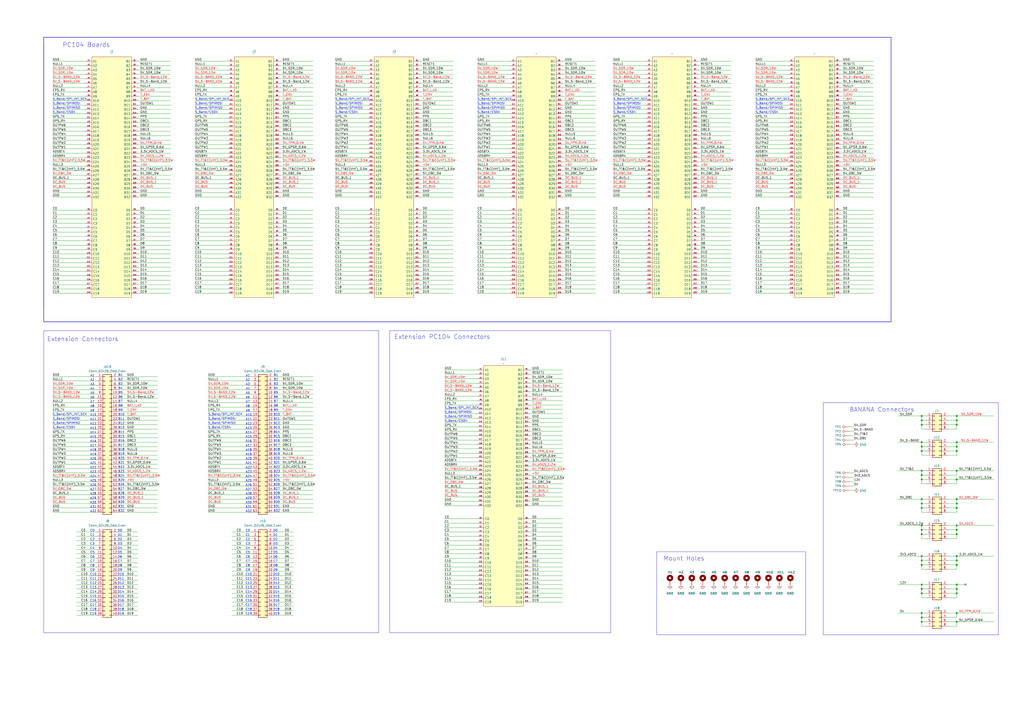
<source format=kicad_sch>
(kicad_sch (version 20250114) (generator "eeschema") (generator_version "9.0")
  (paper "A2")
  (title_block (title "Parus flat-sat") (date "2025-03-22") (rev "0.1") (company "NTUT/TASA"))
  (rectangle (start 25.4 191.77) (end 219.71 367.03))
  (rectangle (start 226.06 191.77) (end 354.33 367.03))
  (rectangle (start 381 320.04) (end 467.36 368.3))
  (rectangle (start 477.52 233.68) (end 579.12 368.3))
  (rectangle (start 25.4 21.59) (end 516.89 186.69) (stroke (width 0.254)))
  (text "A8" (at 143.764 235.712 0) (effects (font (size 1.27 1.27))))
  (text "C7" (at 69.596 325.628 0) (effects (font (size 1.27 1.27))))
  (text "D15" (at 70.104 345.948 0) (effects (font (size 1.27 1.27))))
  (text "B14" (at 160.528 250.698 0) (effects (font (size 1.27 1.27))))
  (text "D10" (at 70.104 333.248 0) (effects (font (size 1.27 1.27))))
  (text "B8" (at 69.85 235.458 0) (effects (font (size 1.27 1.27))))
  (text "B30" (at 160.528 291.338 0) (effects (font (size 1.27 1.27))))
  (text "D11" (at 160.274 335.788 0) (effects (font (size 1.27 1.27))))
  (text "A3" (at 53.594 223.012 0) (effects (font (size 1.27 1.27))))
  (text "A29" (at 54.102 289.052 0) (effects (font (size 1.27 1.27))))
  (text "A13" (at 144.272 248.412 0) (effects (font (size 1.27 1.27))))
  (text "B6" (at 160.02 230.378 0) (effects (font (size 1.27 1.27))))
  (text "B18" (at 70.358 260.858 0) (effects (font (size 1.27 1.27))))
  (text "C19" (at 54.102 356.108 0) (effects (font (size 1.27 1.27))))
  (text "A1" (at 143.764 217.932 0) (effects (font (size 1.27 1.27))))
  (text "C12" (at 54.102 338.328 0) (effects (font (size 1.27 1.27))))
  (text "C16" (at 54.102 348.488 0) (effects (font (size 1.27 1.27))))
  (text "A19" (at 144.272 263.652 0) (effects (font (size 1.27 1.27))))
  (text "B6" (at 69.85 230.378 0) (effects (font (size 1.27 1.27))))
  (text "B2" (at 160.02 220.218 0) (effects (font (size 1.27 1.27))))
  (text "A7" (at 53.594 233.172 0) (effects (font (size 1.27 1.27))))
  (text "C14" (at 144.272 343.408 0) (effects (font (size 1.27 1.27))))
  (text "A31" (at 54.102 294.132 0) (effects (font (size 1.27 1.27))))
  (text "A26" (at 144.272 281.432 0) (effects (font (size 1.27 1.27))))
  (text "D6" (at 69.596 323.088 0) (effects (font (size 1.27 1.27))))
  (text "C0" (at 143.764 307.848 0) (effects (font (size 1.27 1.27))))
  (text "A26" (at 54.102 281.432 0) (effects (font (size 1.27 1.27))))
  (text "B2" (at 69.85 220.218 0) (effects (font (size 1.27 1.27))))
  (text "A21" (at 54.102 268.732 0) (effects (font (size 1.27 1.27))))
  (text "B15" (at 160.528 253.238 0) (effects (font (size 1.27 1.27))))
  (text "B10" (at 160.528 240.538 0) (effects (font (size 1.27 1.27))))
  (text "B30" (at 70.358 291.338 0) (effects (font (size 1.27 1.27))))
  (text "Extension Connectors" (at 48.006 196.85 0) (effects (font (size 2.54 2.54))))
  (text "A11" (at 144.272 243.332 0) (effects (font (size 1.27 1.27))))
  (text "B12" (at 70.358 245.618 0) (effects (font (size 1.27 1.27))))
  (text "D2" (at 159.766 312.928 0) (effects (font (size 1.27 1.27))))
  (text "C18" (at 144.272 353.568 0) (effects (font (size 1.27 1.27))))
  (text "A21" (at 144.272 268.732 0) (effects (font (size 1.27 1.27))))
  (text "A17" (at 144.272 258.572 0) (effects (font (size 1.27 1.27))))
  (text "B21" (at 160.528 268.478 0) (effects (font (size 1.27 1.27))))
  (text "B3" (at 160.02 222.758 0) (effects (font (size 1.27 1.27))))
  (text "D2" (at 69.596 312.928 0) (effects (font (size 1.27 1.27))))
  (text "D0" (at 69.596 307.848 0) (effects (font (size 1.27 1.27))))
  (text "C18" (at 54.102 353.568 0) (effects (font (size 1.27 1.27))))
  (text "A30" (at 144.272 291.592 0) (effects (font (size 1.27 1.27))))
  (text "Extension PC104 Connectors" (at 256.54 195.58 0) (effects (font (size 2.54 2.54))))
  (text "B17" (at 160.528 258.318 0) (effects (font (size 1.27 1.27))))
  (text "B22" (at 70.358 271.018 0) (effects (font (size 1.27 1.27))))
  (text "C7" (at 159.766 325.628 0) (effects (font (size 1.27 1.27))))
  (text "B18" (at 160.528 260.858 0) (effects (font (size 1.27 1.27))))
  (text "B8" (at 160.02 235.458 0) (effects (font (size 1.27 1.27))))
  (text "B11" (at 160.528 243.078 0) (effects (font (size 1.27 1.27))))
  (text "B17" (at 70.358 258.318 0) (effects (font (size 1.27 1.27))))
  (text "B25" (at 160.528 278.638 0) (effects (font (size 1.27 1.27))))
  (text "C10" (at 54.102 333.248 0) (effects (font (size 1.27 1.27))))
  (text "C11" (at 54.102 335.788 0) (effects (font (size 1.27 1.27))))
  (text "D10" (at 160.274 333.248 0) (effects (font (size 1.27 1.27))))
  (text "B27" (at 70.358 283.718 0) (effects (font (size 1.27 1.27))))
  (text "D17" (at 70.104 351.028 0) (effects (font (size 1.27 1.27))))
  (text "B13" (at 70.358 248.158 0) (effects (font (size 1.27 1.27))))
  (text "A14" (at 144.272 250.952 0) (effects (font (size 1.27 1.27))))
  (text "C13" (at 54.102 340.868 0) (effects (font (size 1.27 1.27))))
  (text "D12" (at 70.104 338.328 0) (effects (font (size 1.27 1.27))))
  (text "C12" (at 144.272 338.328 0) (effects (font (size 1.27 1.27))))
  (text "B26" (at 160.528 281.178 0) (effects (font (size 1.27 1.27))))
  (text "A7" (at 143.764 233.172 0) (effects (font (size 1.27 1.27))))
  (text "B24" (at 160.528 276.098 0) (effects (font (size 1.27 1.27))))
  (text "B32" (at 70.358 296.418 0) (effects (font (size 1.27 1.27))))
  (text "D1" (at 69.596 310.388 0) (effects (font (size 1.27 1.27))))
  (text "A13" (at 54.102 248.412 0) (effects (font (size 1.27 1.27))))
  (text "A12" (at 54.102 245.872 0) (effects (font (size 1.27 1.27))))
  (text "C4" (at 143.764 318.008 0) (effects (font (size 1.27 1.27))))
  (text "A25" (at 144.272 278.892 0) (effects (font (size 1.27 1.27))))
  (text "B7" (at 69.85 232.918 0) (effects (font (size 1.27 1.27))))
  (text "B7" (at 160.02 232.918 0) (effects (font (size 1.27 1.27))))
  (text "A6" (at 53.594 230.632 0) (effects (font (size 1.27 1.27))))
  (text "C19" (at 144.272 356.108 0) (effects (font (size 1.27 1.27))))
  (text "B28" (at 70.358 286.258 0) (effects (font (size 1.27 1.27))))
  (text "B4" (at 160.02 225.298 0) (effects (font (size 1.27 1.27))))
  (text "D4" (at 159.766 318.008 0) (effects (font (size 1.27 1.27))))
  (text "A16" (at 54.102 256.032 0) (effects (font (size 1.27 1.27))))
  (text "BANANA Connectors" (at 511.556 237.744 0) (effects (font (size 2.54 2.54))))
  (text "B13" (at 160.528 248.158 0) (effects (font (size 1.27 1.27))))
  (text "D3" (at 159.766 315.468 0) (effects (font (size 1.27 1.27))))
  (text "C9" (at 53.594 330.708 0) (effects (font (size 1.27 1.27))))
  (text "A3" (at 143.764 223.012 0) (effects (font (size 1.27 1.27))))
  (text "D16" (at 70.104 348.488 0) (effects (font (size 1.27 1.27))))
  (text "A19" (at 54.102 263.652 0) (effects (font (size 1.27 1.27))))
  (text "A27" (at 144.272 283.972 0) (effects (font (size 1.27 1.27))))
  (text "C2" (at 53.594 312.928 0) (effects (font (size 1.27 1.27))))
  (text "B14" (at 70.358 250.698 0) (effects (font (size 1.27 1.27))))
  (text "B5" (at 69.85 227.838 0) (effects (font (size 1.27 1.27))))
  (text "D8" (at 159.766 328.168 0) (effects (font (size 1.27 1.27))))
  (text "D14" (at 160.274 343.408 0) (effects (font (size 1.27 1.27))))
  (text "C8" (at 143.764 328.168 0) (effects (font (size 1.27 1.27))))
  (text "C11" (at 144.272 335.788 0) (effects (font (size 1.27 1.27))))
  (text "B24" (at 70.358 276.098 0) (effects (font (size 1.27 1.27))))
  (text "A5" (at 53.594 228.092 0) (effects (font (size 1.27 1.27))))
  (text "A20" (at 144.272 266.192 0) (effects (font (size 1.27 1.27))))
  (text "A2" (at 53.594 220.472 0) (effects (font (size 1.27 1.27))))
  (text "D5" (at 69.596 320.548 0) (effects (font (size 1.27 1.27))))
  (text "C3" (at 143.764 315.468 0) (effects (font (size 1.27 1.27))))
  (text "D19" (at 160.274 356.108 0) (effects (font (size 1.27 1.27))))
  (text "B26" (at 70.358 281.178 0) (effects (font (size 1.27 1.27))))
  (text "C17" (at 144.272 351.028 0) (effects (font (size 1.27 1.27))))
  (text "A20" (at 54.102 266.192 0) (effects (font (size 1.27 1.27))))
  (text "A10" (at 54.102 240.792 0) (effects (font (size 1.27 1.27))))
  (text "C2" (at 143.764 312.928 0) (effects (font (size 1.27 1.27))))
  (text "A10" (at 144.272 240.792 0) (effects (font (size 1.27 1.27))))
  (text "D14" (at 70.104 343.408 0) (effects (font (size 1.27 1.27))))
  (text "D17" (at 160.274 351.028 0) (effects (font (size 1.27 1.27))))
  (text "C7" (at 53.594 325.628 0) (effects (font (size 1.27 1.27))))
  (text "A9" (at 143.764 238.252 0) (effects (font (size 1.27 1.27))))
  (text "A23" (at 54.102 273.812 0) (effects (font (size 1.27 1.27))))
  (text "C6" (at 53.594 323.088 0) (effects (font (size 1.27 1.27))))
  (text "B20" (at 160.528 265.938 0) (effects (font (size 1.27 1.27))))
  (text "A30" (at 54.102 291.592 0) (effects (font (size 1.27 1.27))))
  (text "A15" (at 54.102 253.492 0) (effects (font (size 1.27 1.27))))
  (text "A6" (at 143.764 230.632 0) (effects (font (size 1.27 1.27))))
  (text "C16" (at 144.272 348.488 0) (effects (font (size 1.27 1.27))))
  (text "C7" (at 143.764 325.628 0) (effects (font (size 1.27 1.27))))
  (text "D12" (at 160.274 338.328 0) (effects (font (size 1.27 1.27))))
  (text "D11" (at 70.104 335.788 0) (effects (font (size 1.27 1.27))))
  (text "A22" (at 54.102 271.272 0) (effects (font (size 1.27 1.27))))
  (text "A32" (at 144.272 296.672 0) (effects (font (size 1.27 1.27))))
  (text "C15" (at 54.102 345.948 0) (effects (font (size 1.27 1.27))))
  (text "C5" (at 53.594 320.548 0) (effects (font (size 1.27 1.27))))
  (text "D8" (at 69.596 328.168 0) (effects (font (size 1.27 1.27))))
  (text "D0" (at 159.766 307.848 0) (effects (font (size 1.27 1.27))))
  (text "A4" (at 143.764 225.552 0) (effects (font (size 1.27 1.27))))
  (text "D9" (at 159.766 330.708 0) (effects (font (size 1.27 1.27))))
  (text "D1" (at 159.766 310.388 0) (effects (font (size 1.27 1.27))))
  (text "B25" (at 70.358 278.638 0) (effects (font (size 1.27 1.27))))
  (text "C1" (at 143.764 310.388 0) (effects (font (size 1.27 1.27))))
  (text "B29" (at 70.358 288.798 0) (effects (font (size 1.27 1.27))))
  (text "A14" (at 54.102 250.952 0) (effects (font (size 1.27 1.27))))
  (text "B21" (at 70.358 268.478 0) (effects (font (size 1.27 1.27))))
  (text "A8" (at 53.594 235.712 0) (effects (font (size 1.27 1.27))))
  (text "D9" (at 69.596 330.708 0) (effects (font (size 1.27 1.27))))
  (text "A9" (at 53.594 238.252 0) (effects (font (size 1.27 1.27))))
  (text "B3" (at 69.85 222.758 0) (effects (font (size 1.27 1.27))))
  (text "A18" (at 54.102 261.112 0) (effects (font (size 1.27 1.27))))
  (text "C10" (at 144.272 333.248 0) (effects (font (size 1.27 1.27))))
  (text "A17" (at 54.102 258.572 0) (effects (font (size 1.27 1.27))))
  (text "C6" (at 143.764 323.088 0) (effects (font (size 1.27 1.27))))
  (text "C5" (at 143.764 320.548 0) (effects (font (size 1.27 1.27))))
  (text "Mount Holes" (at 396.748 324.104 0) (effects (font (size 2.54 2.54))))
  (text "A18" (at 144.272 261.112 0) (effects (font (size 1.27 1.27))))
  (text "B29" (at 160.528 288.798 0) (effects (font (size 1.27 1.27))))
  (text "B9" (at 69.85 237.998 0) (effects (font (size 1.27 1.27))))
  (text "PC104 Boards" (at 50.038 26.162 0) (effects (font (size 2.54 2.54))))
  (text "D18" (at 160.274 353.568 0) (effects (font (size 1.27 1.27))))
  (text "C1" (at 53.594 310.388 0) (effects (font (size 1.27 1.27))))
  (text "C8" (at 53.594 328.168 0) (effects (font (size 1.27 1.27))))
  (text "B23" (at 70.358 273.558 0) (effects (font (size 1.27 1.27))))
  (text "A29" (at 144.272 289.052 0) (effects (font (size 1.27 1.27))))
  (text "C3" (at 53.594 315.468 0) (effects (font (size 1.27 1.27))))
  (text "C17" (at 54.102 351.028 0) (effects (font (size 1.27 1.27))))
  (text "D6" (at 159.766 323.088 0) (effects (font (size 1.27 1.27))))
  (text "B27" (at 160.528 283.718 0) (effects (font (size 1.27 1.27))))
  (text "B28" (at 160.528 286.258 0) (effects (font (size 1.27 1.27))))
  (text "A25" (at 54.102 278.892 0) (effects (font (size 1.27 1.27))))
  (text "B12" (at 160.528 245.618 0) (effects (font (size 1.27 1.27))))
  (text "C15" (at 144.272 345.948 0) (effects (font (size 1.27 1.27))))
  (text "A2" (at 143.764 220.472 0) (effects (font (size 1.27 1.27))))
  (text "B5" (at 160.02 227.838 0) (effects (font (size 1.27 1.27))))
  (text "B10" (at 70.358 240.538 0) (effects (font (size 1.27 1.27))))
  (text "B16" (at 160.528 255.778 0) (effects (font (size 1.27 1.27))))
  (text "A1" (at 53.594 217.932 0) (effects (font (size 1.27 1.27))))
  (text "A22" (at 144.272 271.272 0) (effects (font (size 1.27 1.27))))
  (text "B19" (at 70.358 263.398 0) (effects (font (size 1.27 1.27))))
  (text "C14" (at 54.102 343.408 0) (effects (font (size 1.27 1.27))))
  (text "D13" (at 160.274 340.868 0) (effects (font (size 1.27 1.27))))
  (text "B9" (at 160.02 237.998 0) (effects (font (size 1.27 1.27))))
  (text "B32" (at 160.528 296.418 0) (effects (font (size 1.27 1.27))))
  (text "D3" (at 69.596 315.468 0) (effects (font (size 1.27 1.27))))
  (text "A12" (at 144.272 245.872 0) (effects (font (size 1.27 1.27))))
  (text "A24" (at 54.102 276.352 0) (effects (font (size 1.27 1.27))))
  (text "A28" (at 144.272 286.512 0) (effects (font (size 1.27 1.27))))
  (text "B1" (at 69.85 217.678 0) (effects (font (size 1.27 1.27))))
  (text "B15" (at 70.358 253.238 0) (effects (font (size 1.27 1.27))))
  (text "B31" (at 160.528 293.878 0) (effects (font (size 1.27 1.27))))
  (text "D18" (at 70.104 353.568 0) (effects (font (size 1.27 1.27))))
  (text "B11" (at 70.358 243.078 0) (effects (font (size 1.27 1.27))))
  (text "A23" (at 144.272 273.812 0) (effects (font (size 1.27 1.27))))
  (text "B23" (at 160.528 273.558 0) (effects (font (size 1.27 1.27))))
  (text "B16" (at 70.358 255.778 0) (effects (font (size 1.27 1.27))))
  (text "C13" (at 144.272 340.868 0) (effects (font (size 1.27 1.27))))
  (text "B4" (at 69.85 225.298 0) (effects (font (size 1.27 1.27))))
  (text "D19" (at 70.104 356.108 0) (effects (font (size 1.27 1.27))))
  (text "D4" (at 69.596 318.008 0) (effects (font (size 1.27 1.27))))
  (text "A24" (at 144.272 276.352 0) (effects (font (size 1.27 1.27))))
  (text "B19" (at 160.528 263.398 0) (effects (font (size 1.27 1.27))))
  (text "A28" (at 54.102 286.512 0) (effects (font (size 1.27 1.27))))
  (text "C9" (at 143.764 330.708 0) (effects (font (size 1.27 1.27))))
  (text "D15" (at 160.274 345.948 0) (effects (font (size 1.27 1.27))))
  (text "A27" (at 54.102 283.972 0) (effects (font (size 1.27 1.27))))
  (text "A32" (at 54.102 296.672 0) (effects (font (size 1.27 1.27))))
  (text "A15" (at 144.272 253.492 0) (effects (font (size 1.27 1.27))))
  (text "B1" (at 160.02 217.678 0) (effects (font (size 1.27 1.27))))
  (text "C0" (at 53.594 307.848 0) (effects (font (size 1.27 1.27))))
  (text "B22" (at 160.528 271.018 0) (effects (font (size 1.27 1.27))))
  (text "D5" (at 159.766 320.548 0) (effects (font (size 1.27 1.27))))
  (text "D13" (at 70.104 340.868 0) (effects (font (size 1.27 1.27))))
  (text "C4" (at 53.594 318.008 0) (effects (font (size 1.27 1.27))))
  (text "D16" (at 160.274 348.488 0) (effects (font (size 1.27 1.27))))
  (text "A5" (at 143.764 228.092 0) (effects (font (size 1.27 1.27))))
  (text "A11" (at 54.102 243.332 0) (effects (font (size 1.27 1.27))))
  (text "B31" (at 70.358 293.878 0) (effects (font (size 1.27 1.27))))
  (text "A4" (at 53.594 225.552 0) (effects (font (size 1.27 1.27))))
  (text "A31" (at 144.272 294.132 0) (effects (font (size 1.27 1.27))))
  (text "A16" (at 144.272 256.032 0) (effects (font (size 1.27 1.27))))
  (text "B20" (at 70.358 265.938 0) (effects (font (size 1.27 1.27))))
  (junction (at 534.67 294.64))
  (junction (at 554.99 355.6))
  (junction (at 534.67 325.12))
  (junction (at 554.99 278.13))
  (junction (at 534.67 275.59))
  (junction (at 554.99 344.17))
  (junction (at 534.67 278.13))
  (junction (at 534.67 322.58))
  (junction (at 534.67 341.63))
  (junction (at 534.67 339.09))
  (junction (at 554.99 273.05))
  (junction (at 534.67 243.84))
  (junction (at 534.67 304.8))
  (junction (at 554.99 341.63))
  (junction (at 534.67 355.6))
  (junction (at 534.67 241.3))
  (junction (at 534.67 292.1))
  (junction (at 554.99 243.84))
  (junction (at 554.99 261.62))
  (junction (at 554.99 307.34))
  (junction (at 534.67 344.17))
  (junction (at 554.99 246.38))
  (junction (at 554.99 304.8))
  (junction (at 554.99 292.1))
  (junction (at 534.67 358.14))
  (junction (at 534.67 256.54))
  (junction (at 554.99 339.09))
  (junction (at 534.67 289.56))
  (junction (at 534.67 327.66))
  (junction (at 554.99 241.3))
  (junction (at 554.99 327.66))
  (junction (at 554.99 256.54))
  (junction (at 534.67 307.34))
  (junction (at 534.67 246.38))
  (junction (at 534.67 273.05))
  (junction (at 554.99 259.08))
  (junction (at 534.67 261.62))
  (junction (at 554.99 289.56))
  (junction (at 554.99 325.12))
  (junction (at 554.99 360.68))
  (junction (at 534.67 309.88))
  (junction (at 554.99 322.58))
  (junction (at 534.67 259.08))
  (junction (at 554.99 309.88))
  (junction (at 554.99 294.64))
  (junction (at 534.67 360.68))
  (no_connect (at 632.46 -85.09))
  (no_connect (at 560.07 339.09))
  (wire (pts (xy 355.6 162.56) (xy 374.65 162.56)))
  (wire (pts (xy 194.31 48.26) (xy 213.36 48.26)))
  (wire (pts (xy 243.84 93.98) (xy 262.89 93.98)))
  (wire (pts (xy 243.84 53.34) (xy 262.89 53.34)))
  (wire (pts (xy 243.84 58.42) (xy 262.89 58.42)))
  (wire (pts (xy 276.86 76.2) (xy 295.91 76.2)))
  (wire (pts (xy 194.31 73.66) (xy 213.36 73.66)))
  (wire (pts (xy 276.86 78.74) (xy 295.91 78.74)))
  (wire (pts (xy 243.84 149.86) (xy 262.89 149.86)))
  (wire (pts (xy 68.58 294.64) (xy 91.44 294.64)))
  (wire (pts (xy 134.62 356.87) (xy 146.05 356.87)))
  (wire (pts (xy 554.99 297.18) (xy 554.99 294.64)))
  (wire (pts (xy 243.84 137.16) (xy 262.89 137.16)))
  (wire (pts (xy 307.34 252.73) (xy 326.39 252.73)))
  (wire (pts (xy 194.31 157.48) (xy 213.36 157.48)))
  (wire (pts (xy 134.62 321.31) (xy 146.05 321.31)))
  (wire (pts (xy 243.84 78.74) (xy 262.89 78.74)))
  (wire (pts (xy 405.13 132.08) (xy 424.18 132.08)))
  (wire (pts (xy 355.6 167.64) (xy 374.65 167.64)))
  (wire (pts (xy 113.03 43.18) (xy 132.08 43.18)))
  (wire (pts (xy 158.75 259.08) (xy 181.61 259.08)))
  (wire (pts (xy 307.34 270.51) (xy 326.39 270.51)))
  (wire (pts (xy 30.48 96.52) (xy 49.53 96.52)))
  (wire (pts (xy 162.56 127) (xy 181.61 127)))
  (wire (pts (xy 158.75 248.92) (xy 181.61 248.92)))
  (wire (pts (xy 194.31 149.86) (xy 213.36 149.86)))
  (wire (pts (xy 30.48 162.56) (xy 49.53 162.56)))
  (wire (pts (xy 405.13 76.2) (xy 424.18 76.2)))
  (wire (pts (xy 120.65 289.56) (xy 146.05 289.56)))
  (wire (pts (xy 355.6 137.16) (xy 374.65 137.16)))
  (wire (pts (xy 80.01 129.54) (xy 99.06 129.54)))
  (wire (pts (xy 44.45 336.55) (xy 55.88 336.55)))
  (wire (pts (xy 80.01 167.64) (xy 99.06 167.64)))
  (wire (pts (xy 68.58 243.84) (xy 91.44 243.84)))
  (wire (pts (xy 158.75 344.17) (xy 170.18 344.17)))
  (wire (pts (xy 355.6 55.88) (xy 374.65 55.88)))
  (wire (pts (xy 30.48 220.98) (xy 55.88 220.98)))
  (wire (pts (xy 276.86 106.68) (xy 295.91 106.68)))
  (wire (pts (xy 30.48 83.82) (xy 49.53 83.82)))
  (wire (pts (xy 120.65 243.84) (xy 146.05 243.84)))
  (wire (pts (xy 134.62 351.79) (xy 146.05 351.79)))
  (wire (pts (xy 68.58 241.3) (xy 91.44 241.3)))
  (wire (pts (xy 276.86 66.04) (xy 295.91 66.04)))
  (wire (pts (xy 487.68 170.18) (xy 506.73 170.18)))
  (wire (pts (xy 30.48 241.3) (xy 55.88 241.3)))
  (wire (pts (xy 80.01 88.9) (xy 99.06 88.9)))
  (wire (pts (xy 68.58 233.68) (xy 91.44 233.68)))
  (wire (pts (xy 243.84 134.62) (xy 262.89 134.62)))
  (wire (pts (xy 113.03 129.54) (xy 132.08 129.54)))
  (wire (pts (xy 158.75 220.98) (xy 181.61 220.98)))
  (wire (pts (xy 120.65 251.46) (xy 146.05 251.46)))
  (wire (pts (xy 243.84 147.32) (xy 262.89 147.32)))
  (wire (pts (xy 257.81 341.63) (xy 276.86 341.63)))
  (wire (pts (xy 307.34 283.21) (xy 326.39 283.21)))
  (wire (pts (xy 307.34 234.95) (xy 326.39 234.95)))
  (wire (pts (xy 549.91 243.84) (xy 554.99 243.84)))
  (wire (pts (xy 405.13 104.14) (xy 424.18 104.14)))
  (wire (pts (xy 257.81 265.43) (xy 276.86 265.43)))
  (wire (pts (xy 113.03 71.12) (xy 132.08 71.12)))
  (wire (pts (xy 326.39 81.28) (xy 345.44 81.28)))
  (wire (pts (xy 549.91 292.1) (xy 554.99 292.1)))
  (wire (pts (xy 162.56 76.2) (xy 181.61 76.2)))
  (wire (pts (xy 355.6 170.18) (xy 374.65 170.18)))
  (wire (pts (xy 257.81 323.85) (xy 276.86 323.85)))
  (wire (pts (xy 158.75 223.52) (xy 181.61 223.52)))
  (wire (pts (xy 326.39 53.34) (xy 345.44 53.34)))
  (wire (pts (xy 158.75 297.18) (xy 181.61 297.18)))
  (wire (pts (xy 487.68 152.4) (xy 506.73 152.4)))
  (wire (pts (xy 68.58 256.54) (xy 91.44 256.54)))
  (wire (pts (xy 355.6 154.94) (xy 374.65 154.94)))
  (wire (pts (xy 113.03 78.74) (xy 132.08 78.74)))
  (wire (pts (xy 554.99 307.34) (xy 554.99 304.8)))
  (wire (pts (xy 326.39 104.14) (xy 345.44 104.14)))
  (wire (pts (xy 534.67 346.71) (xy 534.67 344.17)))
  (wire (pts (xy 44.45 316.23) (xy 55.88 316.23)))
  (wire (pts (xy 113.03 73.66) (xy 132.08 73.66)))
  (wire (pts (xy 405.13 170.18) (xy 424.18 170.18)))
  (wire (pts (xy 534.67 358.14) (xy 537.21 358.14)))
  (wire (pts (xy 243.84 142.24) (xy 262.89 142.24)))
  (wire (pts (xy 80.01 144.78) (xy 99.06 144.78)))
  (wire (pts (xy 243.84 45.72) (xy 262.89 45.72)))
  (wire (pts (xy 68.58 226.06) (xy 91.44 226.06)))
  (wire (pts (xy 355.6 127) (xy 374.65 127)))
  (wire (pts (xy 487.68 83.82) (xy 506.73 83.82)))
  (wire (pts (xy 534.67 278.13) (xy 537.21 278.13)))
  (wire (pts (xy 355.6 96.52) (xy 374.65 96.52)))
  (wire (pts (xy 257.81 260.35) (xy 276.86 260.35)))
  (wire (pts (xy 405.13 96.52) (xy 424.18 96.52)))
  (wire (pts (xy 30.48 63.5) (xy 49.53 63.5)))
  (wire (pts (xy 534.67 246.38) (xy 537.21 246.38)))
  (wire (pts (xy 554.99 273.05) (xy 576.58 273.05)))
  (wire (pts (xy 495.3 281.94) (xy 492.76 281.94)))
  (wire (pts (xy 68.58 328.93) (xy 80.01 328.93)))
  (wire (pts (xy 307.34 316.23) (xy 326.39 316.23)))
  (wire (pts (xy 30.48 144.78) (xy 49.53 144.78)))
  (wire (pts (xy 134.62 311.15) (xy 146.05 311.15)))
  (wire (pts (xy 162.56 109.22) (xy 181.61 109.22)))
  (wire (pts (xy 80.01 83.82) (xy 99.06 83.82)))
  (wire (pts (xy 243.84 91.44) (xy 262.89 91.44)))
  (wire (pts (xy 243.84 144.78) (xy 262.89 144.78)))
  (wire (pts (xy 68.58 339.09) (xy 80.01 339.09)))
  (wire (pts (xy 438.15 68.58) (xy 457.2 68.58)))
  (wire (pts (xy 276.86 149.86) (xy 295.91 149.86)))
  (wire (pts (xy 30.48 106.68) (xy 49.53 106.68)))
  (wire (pts (xy 30.48 292.1) (xy 55.88 292.1)))
  (wire (pts (xy 30.48 121.92) (xy 49.53 121.92)))
  (wire (pts (xy 257.81 313.69) (xy 276.86 313.69)))
  (wire (pts (xy 120.65 238.76) (xy 146.05 238.76)))
  (wire (pts (xy 438.15 144.78) (xy 457.2 144.78)))
  (wire (pts (xy 44.45 349.25) (xy 55.88 349.25)))
  (wire (pts (xy 276.86 58.42) (xy 295.91 58.42)))
  (wire (pts (xy 534.67 280.67) (xy 534.67 278.13)))
  (wire (pts (xy 158.75 318.77) (xy 170.18 318.77)))
  (wire (pts (xy 534.67 292.1) (xy 537.21 292.1)))
  (wire (pts (xy 487.68 129.54) (xy 506.73 129.54)))
  (wire (pts (xy 405.13 142.24) (xy 424.18 142.24)))
  (wire (pts (xy 80.01 73.66) (xy 99.06 73.66)))
  (wire (pts (xy 326.39 78.74) (xy 345.44 78.74)))
  (wire (pts (xy 120.65 226.06) (xy 146.05 226.06)))
  (wire (pts (xy 326.39 152.4) (xy 345.44 152.4)))
  (wire (pts (xy 355.6 35.56) (xy 374.65 35.56)))
  (wire (pts (xy 438.15 152.4) (xy 457.2 152.4)))
  (wire (pts (xy 194.31 142.24) (xy 213.36 142.24)))
  (wire (pts (xy 158.75 313.69) (xy 170.18 313.69)))
  (wire (pts (xy 438.15 45.72) (xy 457.2 45.72)))
  (wire (pts (xy 537.21 297.18) (xy 534.67 297.18)))
  (wire (pts (xy 487.68 137.16) (xy 506.73 137.16)))
  (wire (pts (xy 487.68 154.94) (xy 506.73 154.94)))
  (wire (pts (xy 120.65 254) (xy 146.05 254)))
  (wire (pts (xy 113.03 121.92) (xy 132.08 121.92)))
  (wire (pts (xy 80.01 114.3) (xy 99.06 114.3)))
  (wire (pts (xy 44.45 339.09) (xy 55.88 339.09)))
  (wire (pts (xy 257.81 283.21) (xy 276.86 283.21)))
  (wire (pts (xy 534.67 355.6) (xy 537.21 355.6)))
  (wire (pts (xy 80.01 86.36) (xy 99.06 86.36)))
  (wire (pts (xy 30.48 60.96) (xy 49.53 60.96)))
  (wire (pts (xy 113.03 45.72) (xy 132.08 45.72)))
  (wire (pts (xy 113.03 165.1) (xy 132.08 165.1)))
  (wire (pts (xy 243.84 60.96) (xy 262.89 60.96)))
  (wire (pts (xy 162.56 134.62) (xy 181.61 134.62)))
  (wire (pts (xy 326.39 149.86) (xy 345.44 149.86)))
  (wire (pts (xy 276.86 71.12) (xy 295.91 71.12)))
  (wire (pts (xy 276.86 139.7) (xy 295.91 139.7)))
  (wire (pts (xy 162.56 88.9) (xy 181.61 88.9)))
  (wire (pts (xy 162.56 132.08) (xy 181.61 132.08)))
  (wire (pts (xy 257.81 326.39) (xy 276.86 326.39)))
  (wire (pts (xy 257.81 270.51) (xy 276.86 270.51)))
  (wire (pts (xy 113.03 83.82) (xy 132.08 83.82)))
  (wire (pts (xy 158.75 287.02) (xy 181.61 287.02)))
  (wire (pts (xy 326.39 73.66) (xy 345.44 73.66)))
  (wire (pts (xy 487.68 111.76) (xy 506.73 111.76)))
  (wire (pts (xy 438.15 170.18) (xy 457.2 170.18)))
  (wire (pts (xy 405.13 93.98) (xy 424.18 93.98)))
  (wire (pts (xy 554.99 322.58) (xy 576.58 322.58)))
  (wire (pts (xy 162.56 124.46) (xy 181.61 124.46)))
  (wire (pts (xy 68.58 311.15) (xy 80.01 311.15)))
  (wire (pts (xy 495.3 276.86) (xy 492.76 276.86)))
  (wire (pts (xy 68.58 318.77) (xy 80.01 318.77)))
  (wire (pts (xy 68.58 281.94) (xy 91.44 281.94)))
  (wire (pts (xy 257.81 344.17) (xy 276.86 344.17)))
  (wire (pts (xy 162.56 104.14) (xy 181.61 104.14)))
  (wire (pts (xy 243.84 43.18) (xy 262.89 43.18)))
  (wire (pts (xy 326.39 167.64) (xy 345.44 167.64)))
  (wire (pts (xy 326.39 121.92) (xy 345.44 121.92)))
  (wire (pts (xy 158.75 271.78) (xy 181.61 271.78)))
  (wire (pts (xy 30.48 55.88) (xy 49.53 55.88)))
  (wire (pts (xy 326.39 38.1) (xy 345.44 38.1)))
  (wire (pts (xy 134.62 313.69) (xy 146.05 313.69)))
  (wire (pts (xy 194.31 167.64) (xy 213.36 167.64)))
  (wire (pts (xy 158.75 308.61) (xy 170.18 308.61)))
  (wire (pts (xy 487.68 127) (xy 506.73 127)))
  (wire (pts (xy 243.84 111.76) (xy 262.89 111.76)))
  (wire (pts (xy 438.15 86.36) (xy 457.2 86.36)))
  (wire (pts (xy 162.56 101.6) (xy 181.61 101.6)))
  (wire (pts (xy 162.56 147.32) (xy 181.61 147.32)))
  (wire (pts (xy 549.91 246.38) (xy 554.99 246.38)))
  (wire (pts (xy 276.86 111.76) (xy 295.91 111.76)))
  (wire (pts (xy 355.6 165.1) (xy 374.65 165.1)))
  (wire (pts (xy 534.67 358.14) (xy 534.67 355.6)))
  (wire (pts (xy 68.58 236.22) (xy 91.44 236.22)))
  (wire (pts (xy 80.01 137.16) (xy 99.06 137.16)))
  (wire (pts (xy 80.01 96.52) (xy 99.06 96.52)))
  (wire (pts (xy 120.65 261.62) (xy 146.05 261.62)))
  (wire (pts (xy 68.58 276.86) (xy 91.44 276.86)))
  (wire (pts (xy 554.99 346.71) (xy 554.99 344.17)))
  (wire (pts (xy 113.03 149.86) (xy 132.08 149.86)))
  (wire (pts (xy 257.81 237.49) (xy 276.86 237.49)))
  (wire (pts (xy 134.62 346.71) (xy 146.05 346.71)))
  (wire (pts (xy 554.99 292.1) (xy 554.99 289.56)))
  (wire (pts (xy 158.75 323.85) (xy 170.18 323.85)))
  (wire (pts (xy 534.67 344.17) (xy 534.67 341.63)))
  (wire (pts (xy 307.34 331.47) (xy 326.39 331.47)))
  (wire (pts (xy 158.75 326.39) (xy 170.18 326.39)))
  (wire (pts (xy 355.6 45.72) (xy 374.65 45.72)))
  (wire (pts (xy 194.31 78.74) (xy 213.36 78.74)))
  (wire (pts (xy 276.86 96.52) (xy 295.91 96.52)))
  (wire (pts (xy 355.6 66.04) (xy 374.65 66.04)))
  (wire (pts (xy 243.84 167.64) (xy 262.89 167.64)))
  (wire (pts (xy 405.13 137.16) (xy 424.18 137.16)))
  (wire (pts (xy 162.56 167.64) (xy 181.61 167.64)))
  (wire (pts (xy 68.58 248.92) (xy 91.44 248.92)))
  (wire (pts (xy 549.91 264.16) (xy 554.99 264.16)))
  (wire (pts (xy 30.48 248.92) (xy 55.88 248.92)))
  (wire (pts (xy 405.13 154.94) (xy 424.18 154.94)))
  (wire (pts (xy 120.65 236.22) (xy 146.05 236.22)))
  (wire (pts (xy 355.6 139.7) (xy 374.65 139.7)))
  (wire (pts (xy 534.67 243.84) (xy 537.21 243.84)))
  (wire (pts (xy 554.99 246.38) (xy 554.99 243.84)))
  (wire (pts (xy 44.45 354.33) (xy 55.88 354.33)))
  (wire (pts (xy 326.39 35.56) (xy 345.44 35.56)))
  (wire (pts (xy 405.13 86.36) (xy 424.18 86.36)))
  (wire (pts (xy 549.91 360.68) (xy 554.99 360.68)))
  (wire (pts (xy 554.99 241.3) (xy 576.58 241.3)))
  (wire (pts (xy 534.67 294.64) (xy 534.67 292.1)))
  (wire (pts (xy 158.75 321.31) (xy 170.18 321.31)))
  (wire (pts (xy 30.48 254) (xy 55.88 254)))
  (wire (pts (xy 405.13 121.92) (xy 424.18 121.92)))
  (wire (pts (xy 307.34 321.31) (xy 326.39 321.31)))
  (wire (pts (xy 307.34 336.55) (xy 326.39 336.55)))
  (wire (pts (xy 44.45 318.77) (xy 55.88 318.77)))
  (wire (pts (xy 326.39 101.6) (xy 345.44 101.6)))
  (wire (pts (xy 158.75 276.86) (xy 181.61 276.86)))
  (wire (pts (xy 162.56 154.94) (xy 181.61 154.94)))
  (wire (pts (xy 80.01 53.34) (xy 99.06 53.34)))
  (wire (pts (xy 30.48 256.54) (xy 55.88 256.54)))
  (wire (pts (xy 243.84 121.92) (xy 262.89 121.92)))
  (wire (pts (xy 554.99 341.63) (xy 554.99 339.09)))
  (wire (pts (xy 158.75 294.64) (xy 181.61 294.64)))
  (wire (pts (xy 534.67 327.66) (xy 537.21 327.66)))
  (wire (pts (xy 30.48 91.44) (xy 49.53 91.44)))
  (wire (pts (xy 405.13 160.02) (xy 424.18 160.02)))
  (wire (pts (xy 194.31 93.98) (xy 213.36 93.98)))
  (wire (pts (xy 549.91 322.58) (xy 554.99 322.58)))
  (wire (pts (xy 276.86 160.02) (xy 295.91 160.02)))
  (wire (pts (xy 158.75 292.1) (xy 181.61 292.1)))
  (wire (pts (xy 194.31 154.94) (xy 213.36 154.94)))
  (wire (pts (xy 243.84 96.52) (xy 262.89 96.52)))
  (wire (pts (xy 307.34 341.63) (xy 326.39 341.63)))
  (wire (pts (xy 162.56 144.78) (xy 181.61 144.78)))
  (wire (pts (xy 355.6 48.26) (xy 374.65 48.26)))
  (wire (pts (xy 554.99 355.6) (xy 576.58 355.6)))
  (wire (pts (xy 307.34 323.85) (xy 326.39 323.85)))
  (wire (pts (xy 355.6 76.2) (xy 374.65 76.2)))
  (wire (pts (xy 194.31 134.62) (xy 213.36 134.62)))
  (wire (pts (xy 194.31 76.2) (xy 213.36 76.2)))
  (wire (pts (xy 495.3 279.4) (xy 492.76 279.4)))
  (wire (pts (xy 44.45 341.63) (xy 55.88 341.63)))
  (wire (pts (xy 30.48 38.1) (xy 49.53 38.1)))
  (wire (pts (xy 243.84 162.56) (xy 262.89 162.56)))
  (wire (pts (xy 162.56 83.82) (xy 181.61 83.82)))
  (wire (pts (xy 68.58 228.6) (xy 91.44 228.6)))
  (wire (pts (xy 307.34 275.59) (xy 326.39 275.59)))
  (wire (pts (xy 495.3 257.81) (xy 492.76 257.81)))
  (wire (pts (xy 257.81 217.17) (xy 276.86 217.17)))
  (wire (pts (xy 438.15 114.3) (xy 457.2 114.3)))
  (wire (pts (xy 257.81 262.89) (xy 276.86 262.89)))
  (wire (pts (xy 30.48 81.28) (xy 49.53 81.28)))
  (wire (pts (xy 120.65 241.3) (xy 146.05 241.3)))
  (wire (pts (xy 307.34 300.99) (xy 326.39 300.99)))
  (wire (pts (xy 194.31 43.18) (xy 213.36 43.18)))
  (wire (pts (xy 326.39 43.18) (xy 345.44 43.18)))
  (wire (pts (xy 534.67 278.13) (xy 534.67 275.59)))
  (wire (pts (xy 194.31 66.04) (xy 213.36 66.04)))
  (wire (pts (xy 405.13 134.62) (xy 424.18 134.62)))
  (wire (pts (xy 158.75 356.87) (xy 170.18 356.87)))
  (wire (pts (xy 405.13 68.58) (xy 424.18 68.58)))
  (wire (pts (xy 438.15 99.06) (xy 457.2 99.06)))
  (wire (pts (xy 134.62 334.01) (xy 146.05 334.01)))
  (wire (pts (xy 68.58 292.1) (xy 91.44 292.1)))
  (wire (pts (xy 162.56 149.86) (xy 181.61 149.86)))
  (wire (pts (xy 326.39 106.68) (xy 345.44 106.68)))
  (wire (pts (xy 243.84 157.48) (xy 262.89 157.48)))
  (wire (pts (xy 194.31 55.88) (xy 213.36 55.88)))
  (wire (pts (xy 30.48 276.86) (xy 55.88 276.86)))
  (wire (pts (xy 326.39 147.32) (xy 345.44 147.32)))
  (wire (pts (xy 162.56 68.58) (xy 181.61 68.58)))
  (wire (pts (xy 405.13 43.18) (xy 424.18 43.18)))
  (wire (pts (xy 326.39 114.3) (xy 345.44 114.3)))
  (wire (pts (xy 276.86 167.64) (xy 295.91 167.64)))
  (wire (pts (xy 276.86 55.88) (xy 295.91 55.88)))
  (wire (pts (xy 80.01 38.1) (xy 99.06 38.1)))
  (wire (pts (xy 257.81 306.07) (xy 276.86 306.07)))
  (wire (pts (xy 257.81 288.29) (xy 276.86 288.29)))
  (wire (pts (xy 30.48 259.08) (xy 55.88 259.08)))
  (wire (pts (xy 487.68 60.96) (xy 506.73 60.96)))
  (wire (pts (xy 120.65 276.86) (xy 146.05 276.86)))
  (wire (pts (xy 405.13 45.72) (xy 424.18 45.72)))
  (wire (pts (xy 257.81 308.61) (xy 276.86 308.61)))
  (wire (pts (xy 68.58 274.32) (xy 91.44 274.32)))
  (wire (pts (xy 405.13 63.5) (xy 424.18 63.5)))
  (wire (pts (xy 30.48 109.22) (xy 49.53 109.22)))
  (wire (pts (xy 495.3 255.27) (xy 492.76 255.27)))
  (wire (pts (xy 405.13 66.04) (xy 424.18 66.04)))
  (wire (pts (xy 326.39 86.36) (xy 345.44 86.36)))
  (wire (pts (xy 276.86 147.32) (xy 295.91 147.32)))
  (wire (pts (xy 355.6 132.08) (xy 374.65 132.08)))
  (wire (pts (xy 549.91 309.88) (xy 554.99 309.88)))
  (wire (pts (xy 80.01 43.18) (xy 99.06 43.18)))
  (wire (pts (xy 243.84 55.88) (xy 262.89 55.88)))
  (wire (pts (xy 405.13 60.96) (xy 424.18 60.96)))
  (wire (pts (xy 44.45 311.15) (xy 55.88 311.15)))
  (wire (pts (xy 68.58 344.17) (xy 80.01 344.17)))
  (wire (pts (xy 113.03 132.08) (xy 132.08 132.08)))
  (wire (pts (xy 487.68 73.66) (xy 506.73 73.66)))
  (wire (pts (xy 113.03 139.7) (xy 132.08 139.7)))
  (wire (pts (xy 158.75 334.01) (xy 170.18 334.01)))
  (wire (pts (xy 30.48 223.52) (xy 55.88 223.52)))
  (wire (pts (xy 307.34 339.09) (xy 326.39 339.09)))
  (wire (pts (xy 134.62 339.09) (xy 146.05 339.09)))
  (wire (pts (xy 68.58 279.4) (xy 91.44 279.4)))
  (wire (pts (xy 158.75 243.84) (xy 181.61 243.84)))
  (wire (pts (xy 120.65 246.38) (xy 146.05 246.38)))
  (wire (pts (xy 158.75 228.6) (xy 181.61 228.6)))
  (wire (pts (xy 158.75 311.15) (xy 170.18 311.15)))
  (wire (pts (xy 30.48 167.64) (xy 49.53 167.64)))
  (wire (pts (xy 194.31 144.78) (xy 213.36 144.78)))
  (wire (pts (xy 162.56 60.96) (xy 181.61 60.96)))
  (wire (pts (xy 80.01 127) (xy 99.06 127)))
  (wire (pts (xy 307.34 224.79) (xy 326.39 224.79)))
  (wire (pts (xy 495.3 250.19) (xy 492.76 250.19)))
  (wire (pts (xy 549.91 256.54) (xy 554.99 256.54)))
  (wire (pts (xy 487.68 101.6) (xy 506.73 101.6)))
  (wire (pts (xy 326.39 124.46) (xy 345.44 124.46)))
  (wire (pts (xy 438.15 147.32) (xy 457.2 147.32)))
  (wire (pts (xy 276.86 50.8) (xy 295.91 50.8)))
  (wire (pts (xy 162.56 71.12) (xy 181.61 71.12)))
  (wire (pts (xy 30.48 274.32) (xy 55.88 274.32)))
  (wire (pts (xy 276.86 43.18) (xy 295.91 43.18)))
  (wire (pts (xy 326.39 55.88) (xy 345.44 55.88)))
  (wire (pts (xy 113.03 157.48) (xy 132.08 157.48)))
  (wire (pts (xy 326.39 68.58) (xy 345.44 68.58)))
  (wire (pts (xy 554.99 259.08) (xy 554.99 256.54)))
  (wire (pts (xy 438.15 43.18) (xy 457.2 43.18)))
  (wire (pts (xy 554.99 275.59) (xy 554.99 273.05)))
  (wire (pts (xy 537.21 330.2) (xy 534.67 330.2)))
  (wire (pts (xy 120.65 259.08) (xy 146.05 259.08)))
  (wire (pts (xy 355.6 73.66) (xy 374.65 73.66)))
  (wire (pts (xy 405.13 149.86) (xy 424.18 149.86)))
  (wire (pts (xy 438.15 38.1) (xy 457.2 38.1)))
  (wire (pts (xy 194.31 152.4) (xy 213.36 152.4)))
  (wire (pts (xy 194.31 101.6) (xy 213.36 101.6)))
  (wire (pts (xy 162.56 91.44) (xy 181.61 91.44)))
  (wire (pts (xy 80.01 109.22) (xy 99.06 109.22)))
  (wire (pts (xy 30.48 284.48) (xy 55.88 284.48)))
  (wire (pts (xy 113.03 99.06) (xy 132.08 99.06)))
  (wire (pts (xy 243.84 152.4) (xy 262.89 152.4)))
  (wire (pts (xy 537.21 248.92) (xy 534.67 248.92)))
  (wire (pts (xy 30.48 160.02) (xy 49.53 160.02)))
  (wire (pts (xy 554.99 243.84) (xy 554.99 241.3)))
  (wire (pts (xy 30.48 40.64) (xy 49.53 40.64)))
  (wire (pts (xy 243.84 35.56) (xy 262.89 35.56)))
  (wire (pts (xy 68.58 326.39) (xy 80.01 326.39)))
  (wire (pts (xy 80.01 111.76) (xy 99.06 111.76)))
  (wire (pts (xy 276.86 109.22) (xy 295.91 109.22)))
  (wire (pts (xy 307.34 328.93) (xy 326.39 328.93)))
  (wire (pts (xy 326.39 109.22) (xy 345.44 109.22)))
  (wire (pts (xy 243.84 63.5) (xy 262.89 63.5)))
  (wire (pts (xy 30.48 101.6) (xy 49.53 101.6)))
  (wire (pts (xy 405.13 53.34) (xy 424.18 53.34)))
  (wire (pts (xy 405.13 139.7) (xy 424.18 139.7)))
  (wire (pts (xy 68.58 323.85) (xy 80.01 323.85)))
  (wire (pts (xy 487.68 157.48) (xy 506.73 157.48)))
  (wire (pts (xy 120.65 292.1) (xy 146.05 292.1)))
  (wire (pts (xy 30.48 134.62) (xy 49.53 134.62)))
  (wire (pts (xy 487.68 78.74) (xy 506.73 78.74)))
  (wire (pts (xy 113.03 147.32) (xy 132.08 147.32)))
  (wire (pts (xy 257.81 247.65) (xy 276.86 247.65)))
  (wire (pts (xy 162.56 78.74) (xy 181.61 78.74)))
  (wire (pts (xy 257.81 219.71) (xy 276.86 219.71)))
  (wire (pts (xy 194.31 53.34) (xy 213.36 53.34)))
  (wire (pts (xy 554.99 261.62) (xy 554.99 259.08)))
  (wire (pts (xy 487.68 132.08) (xy 506.73 132.08)))
  (wire (pts (xy 326.39 71.12) (xy 345.44 71.12)))
  (wire (pts (xy 158.75 336.55) (xy 170.18 336.55)))
  (wire (pts (xy 307.34 278.13) (xy 326.39 278.13)))
  (wire (pts (xy 438.15 71.12) (xy 457.2 71.12)))
  (wire (pts (xy 113.03 162.56) (xy 132.08 162.56)))
  (wire (pts (xy 30.48 88.9) (xy 49.53 88.9)))
  (wire (pts (xy 162.56 43.18) (xy 181.61 43.18)))
  (wire (pts (xy 487.68 109.22) (xy 506.73 109.22)))
  (wire (pts (xy 194.31 58.42) (xy 213.36 58.42)))
  (wire (pts (xy 549.91 327.66) (xy 554.99 327.66)))
  (wire (pts (xy 438.15 35.56) (xy 457.2 35.56)))
  (wire (pts (xy 44.45 346.71) (xy 55.88 346.71)))
  (wire (pts (xy 162.56 121.92) (xy 181.61 121.92)))
  (wire (pts (xy 68.58 271.78) (xy 91.44 271.78)))
  (wire (pts (xy 487.68 68.58) (xy 506.73 68.58)))
  (wire (pts (xy 30.48 165.1) (xy 49.53 165.1)))
  (wire (pts (xy 162.56 81.28) (xy 181.61 81.28)))
  (wire (pts (xy 80.01 134.62) (xy 99.06 134.62)))
  (wire (pts (xy 194.31 106.68) (xy 213.36 106.68)))
  (wire (pts (xy 120.65 266.7) (xy 146.05 266.7)))
  (wire (pts (xy 257.81 227.33) (xy 276.86 227.33)))
  (wire (pts (xy 113.03 63.5) (xy 132.08 63.5)))
  (wire (pts (xy 326.39 93.98) (xy 345.44 93.98)))
  (wire (pts (xy 257.81 222.25) (xy 276.86 222.25)))
  (wire (pts (xy 405.13 111.76) (xy 424.18 111.76)))
  (wire (pts (xy 44.45 334.01) (xy 55.88 334.01)))
  (wire (pts (xy 549.91 325.12) (xy 554.99 325.12)))
  (wire (pts (xy 355.6 38.1) (xy 374.65 38.1)))
  (wire (pts (xy 30.48 287.02) (xy 55.88 287.02)))
  (wire (pts (xy 194.31 139.7) (xy 213.36 139.7)))
  (wire (pts (xy 243.84 83.82) (xy 262.89 83.82)))
  (wire (pts (xy 438.15 160.02) (xy 457.2 160.02)))
  (wire (pts (xy 243.84 160.02) (xy 262.89 160.02)))
  (wire (pts (xy 307.34 237.49) (xy 326.39 237.49)))
  (wire (pts (xy 158.75 236.22) (xy 181.61 236.22)))
  (wire (pts (xy 257.81 234.95) (xy 276.86 234.95)))
  (wire (pts (xy 113.03 40.64) (xy 132.08 40.64)))
  (wire (pts (xy 194.31 132.08) (xy 213.36 132.08)))
  (wire (pts (xy 162.56 35.56) (xy 181.61 35.56)))
  (wire (pts (xy 438.15 58.42) (xy 457.2 58.42)))
  (wire (pts (xy 134.62 323.85) (xy 146.05 323.85)))
  (wire (pts (xy 30.48 228.6) (xy 55.88 228.6)))
  (wire (pts (xy 194.31 121.92) (xy 213.36 121.92)))
  (wire (pts (xy 80.01 160.02) (xy 99.06 160.02)))
  (wire (pts (xy 162.56 162.56) (xy 181.61 162.56)))
  (wire (pts (xy 194.31 111.76) (xy 213.36 111.76)))
  (wire (pts (xy 120.65 271.78) (xy 146.05 271.78)))
  (wire (pts (xy 487.68 144.78) (xy 506.73 144.78)))
  (wire (pts (xy 80.01 81.28) (xy 99.06 81.28)))
  (wire (pts (xy 120.65 220.98) (xy 146.05 220.98)))
  (wire (pts (xy 243.84 86.36) (xy 262.89 86.36)))
  (wire (pts (xy 438.15 139.7) (xy 457.2 139.7)))
  (wire (pts (xy 243.84 170.18) (xy 262.89 170.18)))
  (wire (pts (xy 243.84 48.26) (xy 262.89 48.26)))
  (wire (pts (xy 30.48 238.76) (xy 55.88 238.76)))
  (wire (pts (xy 243.84 109.22) (xy 262.89 109.22)))
  (wire (pts (xy 44.45 328.93) (xy 55.88 328.93)))
  (wire (pts (xy 30.48 147.32) (xy 49.53 147.32)))
  (wire (pts (xy 30.48 243.84) (xy 55.88 243.84)))
  (wire (pts (xy 68.58 251.46) (xy 91.44 251.46)))
  (wire (pts (xy 487.68 43.18) (xy 506.73 43.18)))
  (wire (pts (xy 134.62 341.63) (xy 146.05 341.63)))
  (wire (pts (xy 30.48 68.58) (xy 49.53 68.58)))
  (wire (pts (xy 158.75 226.06) (xy 181.61 226.06)))
  (wire (pts (xy 326.39 160.02) (xy 345.44 160.02)))
  (wire (pts (xy 162.56 38.1) (xy 181.61 38.1)))
  (wire (pts (xy 487.68 91.44) (xy 506.73 91.44)))
  (wire (pts (xy 257.81 339.09) (xy 276.86 339.09)))
  (wire (pts (xy 438.15 149.86) (xy 457.2 149.86)))
  (wire (pts (xy 405.13 106.68) (xy 424.18 106.68)))
  (wire (pts (xy 487.68 124.46) (xy 506.73 124.46)))
  (wire (pts (xy 243.84 129.54) (xy 262.89 129.54)))
  (wire (pts (xy 534.67 259.08) (xy 537.21 259.08)))
  (wire (pts (xy 326.39 142.24) (xy 345.44 142.24)))
  (wire (pts (xy 158.75 281.94) (xy 181.61 281.94)))
  (wire (pts (xy 307.34 290.83) (xy 326.39 290.83)))
  (wire (pts (xy 162.56 53.34) (xy 181.61 53.34)))
  (wire (pts (xy 276.86 134.62) (xy 295.91 134.62)))
  (wire (pts (xy 113.03 58.42) (xy 132.08 58.42)))
  (wire (pts (xy 80.01 68.58) (xy 99.06 68.58)))
  (wire (pts (xy 30.48 66.04) (xy 49.53 66.04)))
  (wire (pts (xy 534.67 273.05) (xy 537.21 273.05)))
  (wire (pts (xy 113.03 96.52) (xy 132.08 96.52)))
  (wire (pts (xy 276.86 104.14) (xy 295.91 104.14)))
  (wire (pts (xy 438.15 154.94) (xy 457.2 154.94)))
  (wire (pts (xy 307.34 293.37) (xy 326.39 293.37)))
  (wire (pts (xy 158.75 331.47) (xy 170.18 331.47)))
  (wire (pts (xy 257.81 300.99) (xy 276.86 300.99)))
  (polyline (pts (xy 25.4 177.8) (xy 25.4 26.67)))
  (wire (pts (xy 534.67 330.2) (xy 534.67 327.66)))
  (wire (pts (xy 113.03 66.04) (xy 132.08 66.04)))
  (wire (pts (xy 355.6 86.36) (xy 374.65 86.36)))
  (wire (pts (xy 162.56 157.48) (xy 181.61 157.48)))
  (wire (pts (xy 534.67 243.84) (xy 534.67 241.3)))
  (wire (pts (xy 405.13 109.22) (xy 424.18 109.22)))
  (wire (pts (xy 113.03 50.8) (xy 132.08 50.8)))
  (wire (pts (xy 549.91 358.14) (xy 554.99 358.14)))
  (wire (pts (xy 355.6 71.12) (xy 374.65 71.12)))
  (wire (pts (xy 134.62 349.25) (xy 146.05 349.25)))
  (wire (pts (xy 194.31 114.3) (xy 213.36 114.3)))
  (wire (pts (xy 68.58 297.18) (xy 91.44 297.18)))
  (wire (pts (xy 495.3 274.32) (xy 492.76 274.32)))
  (wire (pts (xy 68.58 246.38) (xy 91.44 246.38)))
  (wire (pts (xy 355.6 114.3) (xy 374.65 114.3)))
  (wire (pts (xy 134.62 326.39) (xy 146.05 326.39)))
  (wire (pts (xy 80.01 55.88) (xy 99.06 55.88)))
  (wire (pts (xy 68.58 316.23) (xy 80.01 316.23)))
  (wire (pts (xy 326.39 66.04) (xy 345.44 66.04)))
  (wire (pts (xy 243.84 73.66) (xy 262.89 73.66)))
  (wire (pts (xy 257.81 280.67) (xy 276.86 280.67)))
  (wire (pts (xy 534.67 322.58) (xy 537.21 322.58)))
  (wire (pts (xy 162.56 86.36) (xy 181.61 86.36)))
  (wire (pts (xy 120.65 294.64) (xy 146.05 294.64)))
  (wire (pts (xy 554.99 294.64) (xy 554.99 292.1)))
  (wire (pts (xy 276.86 83.82) (xy 295.91 83.82)))
  (wire (pts (xy 162.56 152.4) (xy 181.61 152.4)))
  (wire (pts (xy 243.84 124.46) (xy 262.89 124.46)))
  (wire (pts (xy 534.67 339.09) (xy 537.21 339.09)))
  (wire (pts (xy 487.68 96.52) (xy 506.73 96.52)))
  (wire (pts (xy 438.15 106.68) (xy 457.2 106.68)))
  (wire (pts (xy 68.58 346.71) (xy 80.01 346.71)))
  (wire (pts (xy 194.31 83.82) (xy 213.36 83.82)))
  (wire (pts (xy 487.68 76.2) (xy 506.73 76.2)))
  (wire (pts (xy 307.34 227.33) (xy 326.39 227.33)))
  (wire (pts (xy 243.84 132.08) (xy 262.89 132.08)))
  (wire (pts (xy 355.6 129.54) (xy 374.65 129.54)))
  (wire (pts (xy 307.34 229.87) (xy 326.39 229.87)))
  (wire (pts (xy 194.31 40.64) (xy 213.36 40.64)))
  (wire (pts (xy 30.48 53.34) (xy 49.53 53.34)))
  (wire (pts (xy 495.3 252.73) (xy 492.76 252.73)))
  (wire (pts (xy 113.03 76.2) (xy 132.08 76.2)))
  (wire (pts (xy 30.48 218.44) (xy 55.88 218.44)))
  (wire (pts (xy 534.67 360.68) (xy 534.67 358.14)))
  (wire (pts (xy 520.7 241.3) (xy 534.67 241.3)))
  (wire (pts (xy 257.81 334.01) (xy 276.86 334.01)))
  (wire (pts (xy 80.01 104.14) (xy 99.06 104.14)))
  (wire (pts (xy 438.15 63.5) (xy 457.2 63.5)))
  (wire (pts (xy 120.65 218.44) (xy 146.05 218.44)))
  (wire (pts (xy 44.45 351.79) (xy 55.88 351.79)))
  (wire (pts (xy 534.67 309.88) (xy 537.21 309.88)))
  (wire (pts (xy 30.48 137.16) (xy 49.53 137.16)))
  (wire (pts (xy 257.81 267.97) (xy 276.86 267.97)))
  (wire (pts (xy 438.15 88.9) (xy 457.2 88.9)))
  (wire (pts (xy 355.6 81.28) (xy 374.65 81.28)))
  (wire (pts (xy 68.58 349.25) (xy 80.01 349.25)))
  (wire (pts (xy 307.34 222.25) (xy 326.39 222.25)))
  (wire (pts (xy 405.13 101.6) (xy 424.18 101.6)))
  (wire (pts (xy 120.65 228.6) (xy 146.05 228.6)))
  (wire (pts (xy 276.86 152.4) (xy 295.91 152.4)))
  (wire (pts (xy 276.86 45.72) (xy 295.91 45.72)))
  (wire (pts (xy 120.65 248.92) (xy 146.05 248.92)))
  (wire (pts (xy 113.03 154.94) (xy 132.08 154.94)))
  (wire (pts (xy 80.01 91.44) (xy 99.06 91.44)))
  (wire (pts (xy 162.56 63.5) (xy 181.61 63.5)))
  (wire (pts (xy 68.58 223.52) (xy 91.44 223.52)))
  (wire (pts (xy 438.15 121.92) (xy 457.2 121.92)))
  (wire (pts (xy 44.45 356.87) (xy 55.88 356.87)))
  (wire (pts (xy 438.15 137.16) (xy 457.2 137.16)))
  (wire (pts (xy 113.03 111.76) (xy 132.08 111.76)))
  (wire (pts (xy 405.13 73.66) (xy 424.18 73.66)))
  (wire (pts (xy 30.48 231.14) (xy 55.88 231.14)))
  (wire (pts (xy 194.31 60.96) (xy 213.36 60.96)))
  (wire (pts (xy 355.6 78.74) (xy 374.65 78.74)))
  (wire (pts (xy 307.34 265.43) (xy 326.39 265.43)))
  (wire (pts (xy 326.39 99.06) (xy 345.44 99.06)))
  (wire (pts (xy 276.86 124.46) (xy 295.91 124.46)))
  (wire (pts (xy 405.13 71.12) (xy 424.18 71.12)))
  (wire (pts (xy 30.48 45.72) (xy 49.53 45.72)))
  (wire (pts (xy 355.6 106.68) (xy 374.65 106.68)))
  (wire (pts (xy 307.34 288.29) (xy 326.39 288.29)))
  (wire (pts (xy 355.6 60.96) (xy 374.65 60.96)))
  (wire (pts (xy 307.34 326.39) (xy 326.39 326.39)))
  (wire (pts (xy 30.48 170.18) (xy 49.53 170.18)))
  (wire (pts (xy 487.68 160.02) (xy 506.73 160.02)))
  (wire (pts (xy 257.81 240.03) (xy 276.86 240.03)))
  (wire (pts (xy 495.3 247.65) (xy 492.76 247.65)))
  (wire (pts (xy 534.67 341.63) (xy 534.67 339.09)))
  (wire (pts (xy 80.01 132.08) (xy 99.06 132.08)))
  (wire (pts (xy 113.03 152.4) (xy 132.08 152.4)))
  (wire (pts (xy 405.13 114.3) (xy 424.18 114.3)))
  (wire (pts (xy 158.75 233.68) (xy 181.61 233.68)))
  (wire (pts (xy 554.99 360.68) (xy 576.58 360.68)))
  (wire (pts (xy 158.75 346.71) (xy 170.18 346.71)))
  (wire (pts (xy 257.81 257.81) (xy 276.86 257.81)))
  (wire (pts (xy 549.91 355.6) (xy 554.99 355.6)))
  (wire (pts (xy 549.91 259.08) (xy 554.99 259.08)))
  (wire (pts (xy 276.86 93.98) (xy 295.91 93.98)))
  (wire (pts (xy 120.65 297.18) (xy 146.05 297.18)))
  (wire (pts (xy 120.65 287.02) (xy 146.05 287.02)))
  (wire (pts (xy 487.68 121.92) (xy 506.73 121.92)))
  (wire (pts (xy 30.48 104.14) (xy 49.53 104.14)))
  (wire (pts (xy 534.67 344.17) (xy 537.21 344.17)))
  (wire (pts (xy 487.68 81.28) (xy 506.73 81.28)))
  (wire (pts (xy 534.67 341.63) (xy 537.21 341.63)))
  (wire (pts (xy 355.6 40.64) (xy 374.65 40.64)))
  (wire (pts (xy 113.03 106.68) (xy 132.08 106.68)))
  (wire (pts (xy 44.45 323.85) (xy 55.88 323.85)))
  (wire (pts (xy 30.48 43.18) (xy 49.53 43.18)))
  (wire (pts (xy 405.13 35.56) (xy 424.18 35.56)))
  (wire (pts (xy 194.31 104.14) (xy 213.36 104.14)))
  (wire (pts (xy 307.34 217.17) (xy 326.39 217.17)))
  (wire (pts (xy 30.48 261.62) (xy 55.88 261.62)))
  (wire (pts (xy 44.45 344.17) (xy 55.88 344.17)))
  (wire (pts (xy 405.13 55.88) (xy 424.18 55.88)))
  (wire (pts (xy 243.84 81.28) (xy 262.89 81.28)))
  (wire (pts (xy 276.86 91.44) (xy 295.91 91.44)))
  (wire (pts (xy 113.03 160.02) (xy 132.08 160.02)))
  (wire (pts (xy 355.6 149.86) (xy 374.65 149.86)))
  (wire (pts (xy 113.03 93.98) (xy 132.08 93.98)))
  (wire (pts (xy 326.39 63.5) (xy 345.44 63.5)))
  (wire (pts (xy 326.39 40.64) (xy 345.44 40.64)))
  (wire (pts (xy 276.86 129.54) (xy 295.91 129.54)))
  (wire (pts (xy 326.39 45.72) (xy 345.44 45.72)))
  (wire (pts (xy 276.86 157.48) (xy 295.91 157.48)))
  (wire (pts (xy 534.67 259.08) (xy 534.67 256.54)))
  (wire (pts (xy 307.34 285.75) (xy 326.39 285.75)))
  (wire (pts (xy 326.39 134.62) (xy 345.44 134.62)))
  (wire (pts (xy 30.48 233.68) (xy 55.88 233.68)))
  (wire (pts (xy 194.31 38.1) (xy 213.36 38.1)))
  (wire (pts (xy 438.15 78.74) (xy 457.2 78.74)))
  (wire (pts (xy 194.31 99.06) (xy 213.36 99.06)))
  (wire (pts (xy 405.13 124.46) (xy 424.18 124.46)))
  (wire (pts (xy 355.6 157.48) (xy 374.65 157.48)))
  (wire (pts (xy 438.15 162.56) (xy 457.2 162.56)))
  (wire (pts (xy 326.39 91.44) (xy 345.44 91.44)))
  (wire (pts (xy 68.58 259.08) (xy 91.44 259.08)))
  (wire (pts (xy 158.75 274.32) (xy 181.61 274.32)))
  (wire (pts (xy 68.58 218.44) (xy 91.44 218.44)))
  (wire (pts (xy 158.75 351.79) (xy 170.18 351.79)))
  (wire (pts (xy 30.48 48.26) (xy 49.53 48.26)))
  (wire (pts (xy 549.91 294.64) (xy 554.99 294.64)))
  (wire (pts (xy 549.91 289.56) (xy 554.99 289.56)))
  (wire (pts (xy 276.86 63.5) (xy 295.91 63.5)))
  (wire (pts (xy 120.65 284.48) (xy 146.05 284.48)))
  (wire (pts (xy 158.75 238.76) (xy 181.61 238.76)))
  (wire (pts (xy 405.13 78.74) (xy 424.18 78.74)))
  (wire (pts (xy 487.68 35.56) (xy 506.73 35.56)))
  (wire (pts (xy 405.13 167.64) (xy 424.18 167.64)))
  (wire (pts (xy 120.65 279.4) (xy 146.05 279.4)))
  (wire (pts (xy 80.01 71.12) (xy 99.06 71.12)))
  (wire (pts (xy 243.84 104.14) (xy 262.89 104.14)))
  (wire (pts (xy 30.48 246.38) (xy 55.88 246.38)))
  (wire (pts (xy 80.01 157.48) (xy 99.06 157.48)))
  (wire (pts (xy 30.48 279.4) (xy 55.88 279.4)))
  (wire (pts (xy 194.31 88.9) (xy 213.36 88.9)))
  (wire (pts (xy 487.68 40.64) (xy 506.73 40.64)))
  (wire (pts (xy 30.48 226.06) (xy 55.88 226.06)))
  (wire (pts (xy 80.01 152.4) (xy 99.06 152.4)))
  (wire (pts (xy 549.91 363.22) (xy 554.99 363.22)))
  (wire (pts (xy 534.67 304.8) (xy 537.21 304.8)))
  (wire (pts (xy 80.01 142.24) (xy 99.06 142.24)))
  (wire (pts (xy 326.39 162.56) (xy 345.44 162.56)))
  (wire (pts (xy 158.75 264.16) (xy 181.61 264.16)))
  (wire (pts (xy 80.01 93.98) (xy 99.06 93.98)))
  (wire (pts (xy 80.01 60.96) (xy 99.06 60.96)))
  (wire (pts (xy 534.67 309.88) (xy 534.67 307.34)))
  (wire (pts (xy 355.6 91.44) (xy 374.65 91.44)))
  (wire (pts (xy 355.6 134.62) (xy 374.65 134.62)))
  (wire (pts (xy 355.6 63.5) (xy 374.65 63.5)))
  (wire (pts (xy 257.81 293.37) (xy 276.86 293.37)))
  (wire (pts (xy 30.48 73.66) (xy 49.53 73.66)))
  (wire (pts (xy 68.58 331.47) (xy 80.01 331.47)))
  (wire (pts (xy 554.99 327.66) (xy 554.99 325.12)))
  (wire (pts (xy 162.56 129.54) (xy 181.61 129.54)))
  (wire (pts (xy 355.6 68.58) (xy 374.65 68.58)))
  (wire (pts (xy 355.6 93.98) (xy 374.65 93.98)))
  (wire (pts (xy 326.39 48.26) (xy 345.44 48.26)))
  (wire (pts (xy 276.86 132.08) (xy 295.91 132.08)))
  (wire (pts (xy 355.6 88.9) (xy 374.65 88.9)))
  (wire (pts (xy 134.62 331.47) (xy 146.05 331.47)))
  (wire (pts (xy 534.67 275.59) (xy 534.67 273.05)))
  (wire (pts (xy 158.75 316.23) (xy 170.18 316.23)))
  (wire (pts (xy 520.7 339.09) (xy 534.67 339.09)))
  (wire (pts (xy 30.48 111.76) (xy 49.53 111.76)))
  (wire (pts (xy 326.39 170.18) (xy 345.44 170.18)))
  (wire (pts (xy 276.86 40.64) (xy 295.91 40.64)))
  (wire (pts (xy 80.01 78.74) (xy 99.06 78.74)))
  (wire (pts (xy 120.65 223.52) (xy 146.05 223.52)))
  (wire (pts (xy 487.68 134.62) (xy 506.73 134.62)))
  (wire (pts (xy 276.86 38.1) (xy 295.91 38.1)))
  (wire (pts (xy 355.6 142.24) (xy 374.65 142.24)))
  (wire (pts (xy 158.75 261.62) (xy 181.61 261.62)))
  (wire (pts (xy 80.01 101.6) (xy 99.06 101.6)))
  (wire (pts (xy 438.15 124.46) (xy 457.2 124.46)))
  (wire (pts (xy 30.48 76.2) (xy 49.53 76.2)))
  (wire (pts (xy 534.67 360.68) (xy 537.21 360.68)))
  (wire (pts (xy 30.48 251.46) (xy 55.88 251.46)))
  (wire (pts (xy 534.67 256.54) (xy 537.21 256.54)))
  (wire (pts (xy 276.86 142.24) (xy 295.91 142.24)))
  (wire (pts (xy 134.62 308.61) (xy 146.05 308.61)))
  (wire (pts (xy 405.13 127) (xy 424.18 127)))
  (wire (pts (xy 534.67 307.34) (xy 537.21 307.34)))
  (wire (pts (xy 162.56 66.04) (xy 181.61 66.04)))
  (wire (pts (xy 113.03 55.88) (xy 132.08 55.88)))
  (wire (pts (xy 257.81 245.11) (xy 276.86 245.11)))
  (wire (pts (xy 30.48 149.86) (xy 49.53 149.86)))
  (wire (pts (xy 162.56 106.68) (xy 181.61 106.68)))
  (wire (pts (xy 487.68 53.34) (xy 506.73 53.34)))
  (wire (pts (xy 68.58 313.69) (xy 80.01 313.69)))
  (wire (pts (xy 113.03 124.46) (xy 132.08 124.46)))
  (wire (pts (xy 68.58 284.48) (xy 91.44 284.48)))
  (wire (pts (xy 534.67 248.92) (xy 534.67 246.38)))
  (wire (pts (xy 276.86 144.78) (xy 295.91 144.78)))
  (wire (pts (xy 120.65 233.68) (xy 146.05 233.68)))
  (wire (pts (xy 495.3 284.48) (xy 492.76 284.48)))
  (wire (pts (xy 257.81 318.77) (xy 276.86 318.77)))
  (wire (pts (xy 162.56 73.66) (xy 181.61 73.66)))
  (wire (pts (xy 487.68 45.72) (xy 506.73 45.72)))
  (wire (pts (xy 554.99 358.14) (xy 554.99 355.6)))
  (wire (pts (xy 487.68 142.24) (xy 506.73 142.24)))
  (wire (pts (xy 307.34 255.27) (xy 326.39 255.27)))
  (wire (pts (xy 30.48 114.3) (xy 49.53 114.3)))
  (wire (pts (xy 80.01 147.32) (xy 99.06 147.32)))
  (wire (pts (xy 113.03 101.6) (xy 132.08 101.6)))
  (wire (pts (xy 80.01 124.46) (xy 99.06 124.46)))
  (wire (pts (xy 307.34 306.07) (xy 326.39 306.07)))
  (wire (pts (xy 113.03 53.34) (xy 132.08 53.34)))
  (wire (pts (xy 326.39 50.8) (xy 345.44 50.8)))
  (wire (pts (xy 438.15 109.22) (xy 457.2 109.22)))
  (wire (pts (xy 80.01 66.04) (xy 99.06 66.04)))
  (wire (pts (xy 537.21 346.71) (xy 534.67 346.71)))
  (wire (pts (xy 194.31 124.46) (xy 213.36 124.46)))
  (wire (pts (xy 113.03 114.3) (xy 132.08 114.3)))
  (wire (pts (xy 355.6 53.34) (xy 374.65 53.34)))
  (wire (pts (xy 520.7 289.56) (xy 534.67 289.56)))
  (wire (pts (xy 257.81 285.75) (xy 276.86 285.75)))
  (wire (pts (xy 257.81 255.27) (xy 276.86 255.27)))
  (wire (pts (xy 113.03 86.36) (xy 132.08 86.36)))
  (wire (pts (xy 534.67 241.3) (xy 537.21 241.3)))
  (wire (pts (xy 113.03 134.62) (xy 132.08 134.62)))
  (wire (pts (xy 80.01 99.06) (xy 99.06 99.06)))
  (wire (pts (xy 194.31 109.22) (xy 213.36 109.22)))
  (wire (pts (xy 257.81 273.05) (xy 276.86 273.05)))
  (wire (pts (xy 549.91 339.09) (xy 554.99 339.09)))
  (wire (pts (xy 549.91 278.13) (xy 554.99 278.13)))
  (wire (pts (xy 243.84 139.7) (xy 262.89 139.7)))
  (wire (pts (xy 257.81 214.63) (xy 276.86 214.63)))
  (wire (pts (xy 438.15 50.8) (xy 457.2 50.8)))
  (wire (pts (xy 44.45 326.39) (xy 55.88 326.39)))
  (wire (pts (xy 113.03 142.24) (xy 132.08 142.24)))
  (wire (pts (xy 194.31 147.32) (xy 213.36 147.32)))
  (wire (pts (xy 113.03 104.14) (xy 132.08 104.14)))
  (wire (pts (xy 68.58 289.56) (xy 91.44 289.56)))
  (wire (pts (xy 194.31 137.16) (xy 213.36 137.16)))
  (wire (pts (xy 276.86 114.3) (xy 295.91 114.3)))
  (wire (pts (xy 405.13 58.42) (xy 424.18 58.42)))
  (wire (pts (xy 243.84 88.9) (xy 262.89 88.9)))
  (wire (pts (xy 30.48 127) (xy 49.53 127)))
  (wire (pts (xy 355.6 43.18) (xy 374.65 43.18)))
  (wire (pts (xy 194.31 160.02) (xy 213.36 160.02)))
  (wire (pts (xy 405.13 38.1) (xy 424.18 38.1)))
  (wire (pts (xy 68.58 287.02) (xy 91.44 287.02)))
  (wire (pts (xy 438.15 101.6) (xy 457.2 101.6)))
  (wire (pts (xy 534.67 312.42) (xy 534.67 309.88)))
  (wire (pts (xy 80.01 45.72) (xy 99.06 45.72)))
  (wire (pts (xy 405.13 152.4) (xy 424.18 152.4)))
  (wire (pts (xy 487.68 71.12) (xy 506.73 71.12)))
  (wire (pts (xy 307.34 240.03) (xy 326.39 240.03)))
  (wire (pts (xy 158.75 284.48) (xy 181.61 284.48)))
  (wire (pts (xy 549.91 346.71) (xy 554.99 346.71)))
  (wire (pts (xy 405.13 81.28) (xy 424.18 81.28)))
  (wire (pts (xy 534.67 292.1) (xy 534.67 289.56)))
  (wire (pts (xy 554.99 304.8) (xy 576.58 304.8)))
  (wire (pts (xy 68.58 356.87) (xy 80.01 356.87)))
  (wire (pts (xy 326.39 132.08) (xy 345.44 132.08)))
  (wire (pts (xy 194.31 129.54) (xy 213.36 129.54)))
  (wire (pts (xy 68.58 264.16) (xy 91.44 264.16)))
  (wire (pts (xy 438.15 76.2) (xy 457.2 76.2)))
  (wire (pts (xy 438.15 104.14) (xy 457.2 104.14)))
  (wire (pts (xy 487.68 63.5) (xy 506.73 63.5)))
  (wire (pts (xy 355.6 152.4) (xy 374.65 152.4)))
  (wire (pts (xy 549.91 330.2) (xy 554.99 330.2)))
  (wire (pts (xy 438.15 81.28) (xy 457.2 81.28)))
  (wire (pts (xy 30.48 78.74) (xy 49.53 78.74)))
  (wire (pts (xy 158.75 231.14) (xy 181.61 231.14)))
  (wire (pts (xy 30.48 129.54) (xy 49.53 129.54)))
  (wire (pts (xy 243.84 114.3) (xy 262.89 114.3)))
  (wire (pts (xy 554.99 280.67) (xy 554.99 278.13)))
  (wire (pts (xy 30.48 99.06) (xy 49.53 99.06)))
  (wire (pts (xy 120.65 274.32) (xy 146.05 274.32)))
  (wire (pts (xy 276.86 35.56) (xy 295.91 35.56)))
  (wire (pts (xy 326.39 154.94) (xy 345.44 154.94)))
  (wire (pts (xy 68.58 354.33) (xy 80.01 354.33)))
  (wire (pts (xy 487.68 93.98) (xy 506.73 93.98)))
  (wire (pts (xy 405.13 99.06) (xy 424.18 99.06)))
  (wire (pts (xy 80.01 76.2) (xy 99.06 76.2)))
  (wire (pts (xy 158.75 251.46) (xy 181.61 251.46)))
  (wire (pts (xy 194.31 50.8) (xy 213.36 50.8)))
  (wire (pts (xy 537.21 280.67) (xy 534.67 280.67)))
  (wire (pts (xy 438.15 129.54) (xy 457.2 129.54)))
  (wire (pts (xy 113.03 127) (xy 132.08 127)))
  (wire (pts (xy 487.68 66.04) (xy 506.73 66.04)))
  (wire (pts (xy 243.84 68.58) (xy 262.89 68.58)))
  (wire (pts (xy 44.45 308.61) (xy 55.88 308.61)))
  (wire (pts (xy 30.48 271.78) (xy 55.88 271.78)))
  (wire (pts (xy 158.75 254) (xy 181.61 254)))
  (wire (pts (xy 30.48 289.56) (xy 55.88 289.56)))
  (wire (pts (xy 30.48 154.94) (xy 49.53 154.94)))
  (wire (pts (xy 307.34 232.41) (xy 326.39 232.41)))
  (wire (pts (xy 257.81 224.79) (xy 276.86 224.79)))
  (wire (pts (xy 80.01 58.42) (xy 99.06 58.42)))
  (wire (pts (xy 487.68 149.86) (xy 506.73 149.86)))
  (wire (pts (xy 194.31 170.18) (xy 213.36 170.18)))
  (wire (pts (xy 534.67 261.62) (xy 534.67 259.08)))
  (wire (pts (xy 487.68 48.26) (xy 506.73 48.26)))
  (wire (pts (xy 257.81 229.87) (xy 276.86 229.87)))
  (wire (pts (xy 158.75 241.3) (xy 181.61 241.3)))
  (wire (pts (xy 307.34 334.01) (xy 326.39 334.01)))
  (wire (pts (xy 162.56 55.88) (xy 181.61 55.88)))
  (wire (pts (xy 438.15 48.26) (xy 457.2 48.26)))
  (wire (pts (xy 162.56 142.24) (xy 181.61 142.24)))
  (wire (pts (xy 438.15 93.98) (xy 457.2 93.98)))
  (wire (pts (xy 405.13 88.9) (xy 424.18 88.9)))
  (wire (pts (xy 30.48 269.24) (xy 55.88 269.24)))
  (wire (pts (xy 243.84 50.8) (xy 262.89 50.8)))
  (wire (pts (xy 257.81 232.41) (xy 276.86 232.41)))
  (wire (pts (xy 30.48 132.08) (xy 49.53 132.08)))
  (wire (pts (xy 554.99 325.12) (xy 554.99 322.58)))
  (wire (pts (xy 134.62 336.55) (xy 146.05 336.55)))
  (wire (pts (xy 276.86 162.56) (xy 295.91 162.56)))
  (wire (pts (xy 158.75 339.09) (xy 170.18 339.09)))
  (wire (pts (xy 257.81 278.13) (xy 276.86 278.13)))
  (wire (pts (xy 307.34 262.89) (xy 326.39 262.89)))
  (wire (pts (xy 158.75 349.25) (xy 170.18 349.25)))
  (wire (pts (xy 307.34 267.97) (xy 326.39 267.97)))
  (wire (pts (xy 549.91 261.62) (xy 554.99 261.62)))
  (wire (pts (xy 326.39 76.2) (xy 345.44 76.2)))
  (wire (pts (xy 534.67 294.64) (xy 537.21 294.64)))
  (wire (pts (xy 30.48 236.22) (xy 55.88 236.22)))
  (wire (pts (xy 243.84 101.6) (xy 262.89 101.6)))
  (wire (pts (xy 534.67 325.12) (xy 534.67 322.58)))
  (wire (pts (xy 134.62 344.17) (xy 146.05 344.17)))
  (wire (pts (xy 549.91 344.17) (xy 554.99 344.17)))
  (wire (pts (xy 487.68 38.1) (xy 506.73 38.1)))
  (wire (pts (xy 355.6 160.02) (xy 374.65 160.02)))
  (wire (pts (xy 487.68 162.56) (xy 506.73 162.56)))
  (wire (pts (xy 307.34 308.61) (xy 326.39 308.61)))
  (wire (pts (xy 68.58 336.55) (xy 80.01 336.55)))
  (wire (pts (xy 438.15 66.04) (xy 457.2 66.04)))
  (wire (pts (xy 134.62 316.23) (xy 146.05 316.23)))
  (wire (pts (xy 276.86 101.6) (xy 295.91 101.6)))
  (wire (pts (xy 162.56 114.3) (xy 181.61 114.3)))
  (wire (pts (xy 355.6 144.78) (xy 374.65 144.78)))
  (wire (pts (xy 162.56 93.98) (xy 181.61 93.98)))
  (wire (pts (xy 80.01 50.8) (xy 99.06 50.8)))
  (wire (pts (xy 68.58 269.24) (xy 91.44 269.24)))
  (wire (pts (xy 162.56 160.02) (xy 181.61 160.02)))
  (wire (pts (xy 194.31 96.52) (xy 213.36 96.52)))
  (wire (pts (xy 554.99 309.88) (xy 554.99 307.34)))
  (wire (pts (xy 276.86 88.9) (xy 295.91 88.9)))
  (wire (pts (xy 326.39 60.96) (xy 345.44 60.96)))
  (wire (pts (xy 68.58 351.79) (xy 80.01 351.79)))
  (wire (pts (xy 326.39 88.9) (xy 345.44 88.9)))
  (wire (pts (xy 355.6 147.32) (xy 374.65 147.32)))
  (wire (pts (xy 276.86 73.66) (xy 295.91 73.66)))
  (wire (pts (xy 44.45 321.31) (xy 55.88 321.31)))
  (wire (pts (xy 30.48 50.8) (xy 49.53 50.8)))
  (wire (pts (xy 162.56 50.8) (xy 181.61 50.8)))
  (wire (pts (xy 257.81 346.71) (xy 276.86 346.71)))
  (wire (pts (xy 276.86 48.26) (xy 295.91 48.26)))
  (wire (pts (xy 44.45 313.69) (xy 55.88 313.69)))
  (wire (pts (xy 113.03 144.78) (xy 132.08 144.78)))
  (wire (pts (xy 534.67 297.18) (xy 534.67 294.64)))
  (wire (pts (xy 113.03 81.28) (xy 132.08 81.28)))
  (wire (pts (xy 549.91 248.92) (xy 554.99 248.92)))
  (wire (pts (xy 307.34 257.81) (xy 326.39 257.81)))
  (wire (pts (xy 405.13 129.54) (xy 424.18 129.54)))
  (wire (pts (xy 80.01 48.26) (xy 99.06 48.26)))
  (wire (pts (xy 537.21 363.22) (xy 534.67 363.22)))
  (wire (pts (xy 243.84 154.94) (xy 262.89 154.94)))
  (wire (pts (xy 243.84 40.64) (xy 262.89 40.64)))
  (wire (pts (xy 194.31 165.1) (xy 213.36 165.1)))
  (wire (pts (xy 355.6 83.82) (xy 374.65 83.82)))
  (wire (pts (xy 405.13 91.44) (xy 424.18 91.44)))
  (wire (pts (xy 162.56 48.26) (xy 181.61 48.26)))
  (wire (pts (xy 68.58 308.61) (xy 80.01 308.61)))
  (wire (pts (xy 549.91 275.59) (xy 554.99 275.59)))
  (wire (pts (xy 355.6 109.22) (xy 374.65 109.22)))
  (wire (pts (xy 257.81 336.55) (xy 276.86 336.55)))
  (wire (pts (xy 554.99 330.2) (xy 554.99 327.66)))
  (wire (pts (xy 355.6 50.8) (xy 374.65 50.8)))
  (wire (pts (xy 257.81 252.73) (xy 276.86 252.73)))
  (wire (pts (xy 487.68 104.14) (xy 506.73 104.14)))
  (wire (pts (xy 243.84 71.12) (xy 262.89 71.12)))
  (wire (pts (xy 438.15 40.64) (xy 457.2 40.64)))
  (wire (pts (xy 520.7 256.54) (xy 534.67 256.54)))
  (wire (pts (xy 113.03 91.44) (xy 132.08 91.44)))
  (wire (pts (xy 194.31 63.5) (xy 213.36 63.5)))
  (wire (pts (xy 68.58 231.14) (xy 91.44 231.14)))
  (wire (pts (xy 257.81 242.57) (xy 276.86 242.57)))
  (wire (pts (xy 326.39 111.76) (xy 345.44 111.76)))
  (wire (pts (xy 68.58 261.62) (xy 91.44 261.62)))
  (wire (pts (xy 554.99 264.16) (xy 554.99 261.62)))
  (wire (pts (xy 438.15 157.48) (xy 457.2 157.48)))
  (wire (pts (xy 194.31 71.12) (xy 213.36 71.12)))
  (wire (pts (xy 355.6 121.92) (xy 374.65 121.92)))
  (wire (pts (xy 276.86 99.06) (xy 295.91 99.06)))
  (wire (pts (xy 554.99 363.22) (xy 554.99 360.68)))
  (wire (pts (xy 307.34 313.69) (xy 326.39 313.69)))
  (wire (pts (xy 68.58 334.01) (xy 80.01 334.01)))
  (wire (pts (xy 68.58 220.98) (xy 91.44 220.98)))
  (wire (pts (xy 487.68 55.88) (xy 506.73 55.88)))
  (wire (pts (xy 307.34 250.19) (xy 326.39 250.19)))
  (wire (pts (xy 80.01 154.94) (xy 99.06 154.94)))
  (wire (pts (xy 405.13 144.78) (xy 424.18 144.78)))
  (wire (pts (xy 194.31 162.56) (xy 213.36 162.56)))
  (wire (pts (xy 534.67 327.66) (xy 534.67 325.12)))
  (wire (pts (xy 162.56 45.72) (xy 181.61 45.72)))
  (wire (pts (xy 307.34 303.53) (xy 326.39 303.53)))
  (wire (pts (xy 30.48 86.36) (xy 49.53 86.36)))
  (wire (pts (xy 162.56 139.7) (xy 181.61 139.7)))
  (wire (pts (xy 554.99 278.13) (xy 576.58 278.13)))
  (wire (pts (xy 276.86 170.18) (xy 295.91 170.18)))
  (wire (pts (xy 243.84 66.04) (xy 262.89 66.04)))
  (wire (pts (xy 307.34 346.71) (xy 326.39 346.71)))
  (wire (pts (xy 520.7 273.05) (xy 534.67 273.05)))
  (wire (pts (xy 537.21 312.42) (xy 534.67 312.42)))
  (wire (pts (xy 326.39 96.52) (xy 345.44 96.52)))
  (wire (pts (xy 134.62 354.33) (xy 146.05 354.33)))
  (wire (pts (xy 113.03 60.96) (xy 132.08 60.96)))
  (wire (pts (xy 158.75 256.54) (xy 181.61 256.54)))
  (wire (pts (xy 549.91 273.05) (xy 554.99 273.05)))
  (wire (pts (xy 487.68 147.32) (xy 506.73 147.32)))
  (wire (pts (xy 438.15 55.88) (xy 457.2 55.88)))
  (wire (pts (xy 307.34 344.17) (xy 326.39 344.17)))
  (wire (pts (xy 68.58 238.76) (xy 91.44 238.76)))
  (wire (pts (xy 120.65 231.14) (xy 146.05 231.14)))
  (wire (pts (xy 113.03 88.9) (xy 132.08 88.9)))
  (wire (pts (xy 438.15 91.44) (xy 457.2 91.44)))
  (wire (pts (xy 534.67 363.22) (xy 534.67 360.68)))
  (wire (pts (xy 80.01 63.5) (xy 99.06 63.5)))
  (wire (pts (xy 158.75 266.7) (xy 181.61 266.7)))
  (wire (pts (xy 554.99 289.56) (xy 576.58 289.56)))
  (wire (pts (xy 257.81 328.93) (xy 276.86 328.93)))
  (wire (pts (xy 549.91 312.42) (xy 554.99 312.42)))
  (wire (pts (xy 405.13 40.64) (xy 424.18 40.64)))
  (wire (pts (xy 257.81 311.15) (xy 276.86 311.15)))
  (wire (pts (xy 487.68 58.42) (xy 506.73 58.42)))
  (wire (pts (xy 307.34 242.57) (xy 326.39 242.57)))
  (wire (pts (xy 438.15 73.66) (xy 457.2 73.66)))
  (wire (pts (xy 276.86 60.96) (xy 295.91 60.96)))
  (wire (pts (xy 194.31 35.56) (xy 213.36 35.56)))
  (wire (pts (xy 158.75 279.4) (xy 181.61 279.4)))
  (wire (pts (xy 307.34 214.63) (xy 326.39 214.63)))
  (wire (pts (xy 194.31 91.44) (xy 213.36 91.44)))
  (wire (pts (xy 487.68 114.3) (xy 506.73 114.3)))
  (wire (pts (xy 326.39 144.78) (xy 345.44 144.78)))
  (wire (pts (xy 30.48 142.24) (xy 49.53 142.24)))
  (wire (pts (xy 80.01 165.1) (xy 99.06 165.1)))
  (wire (pts (xy 120.65 269.24) (xy 146.05 269.24)))
  (wire (pts (xy 30.48 71.12) (xy 49.53 71.12)))
  (wire (pts (xy 405.13 48.26) (xy 424.18 48.26)))
  (wire (pts (xy 549.91 280.67) (xy 554.99 280.67)))
  (wire (pts (xy 537.21 264.16) (xy 534.67 264.16)))
  (wire (pts (xy 276.86 86.36) (xy 295.91 86.36)))
  (wire (pts (xy 405.13 157.48) (xy 424.18 157.48)))
  (wire (pts (xy 549.91 297.18) (xy 554.99 297.18)))
  (wire (pts (xy 534.67 246.38) (xy 534.67 243.84)))
  (wire (pts (xy 554.99 339.09) (xy 560.07 339.09)))
  (wire (pts (xy 162.56 40.64) (xy 181.61 40.64)))
  (wire (pts (xy 243.84 165.1) (xy 262.89 165.1)))
  (wire (pts (xy 326.39 139.7) (xy 345.44 139.7)))
  (wire (pts (xy 80.01 40.64) (xy 99.06 40.64)))
  (wire (pts (xy 30.48 124.46) (xy 49.53 124.46)))
  (wire (pts (xy 534.67 275.59) (xy 537.21 275.59)))
  (wire (pts (xy 554.99 344.17) (xy 554.99 341.63)))
  (wire (pts (xy 438.15 60.96) (xy 457.2 60.96)))
  (wire (pts (xy 438.15 142.24) (xy 457.2 142.24)))
  (wire (pts (xy 355.6 58.42) (xy 374.65 58.42)))
  (wire (pts (xy 405.13 165.1) (xy 424.18 165.1)))
  (wire (pts (xy 68.58 266.7) (xy 91.44 266.7)))
  (wire (pts (xy 30.48 264.16) (xy 55.88 264.16)))
  (wire (pts (xy 487.68 88.9) (xy 506.73 88.9)))
  (wire (pts (xy 326.39 165.1) (xy 345.44 165.1)))
  (wire (pts (xy 68.58 254) (xy 91.44 254)))
  (wire (pts (xy 276.86 137.16) (xy 295.91 137.16)))
  (wire (pts (xy 68.58 341.63) (xy 80.01 341.63)))
  (wire (pts (xy 307.34 311.15) (xy 326.39 311.15)))
  (wire (pts (xy 113.03 68.58) (xy 132.08 68.58)))
  (wire (pts (xy 162.56 58.42) (xy 181.61 58.42)))
  (wire (pts (xy 554.99 256.54) (xy 576.58 256.54)))
  (wire (pts (xy 487.68 167.64) (xy 506.73 167.64)))
  (wire (pts (xy 487.68 106.68) (xy 506.73 106.68)))
  (wire (pts (xy 307.34 273.05) (xy 326.39 273.05)))
  (wire (pts (xy 80.01 139.7) (xy 99.06 139.7)))
  (wire (pts (xy 243.84 38.1) (xy 262.89 38.1)))
  (wire (pts (xy 162.56 96.52) (xy 181.61 96.52)))
  (wire (pts (xy 276.86 165.1) (xy 295.91 165.1)))
  (wire (pts (xy 134.62 318.77) (xy 146.05 318.77)))
  (wire (pts (xy 30.48 58.42) (xy 49.53 58.42)))
  (wire (pts (xy 326.39 137.16) (xy 345.44 137.16)))
  (wire (pts (xy 257.81 331.47) (xy 276.86 331.47)))
  (wire (pts (xy 158.75 354.33) (xy 170.18 354.33)))
  (wire (pts (xy 534.67 289.56) (xy 537.21 289.56)))
  (wire (pts (xy 276.86 53.34) (xy 295.91 53.34)))
  (wire (pts (xy 194.31 127) (xy 213.36 127)))
  (wire (pts (xy 30.48 93.98) (xy 49.53 93.98)))
  (wire (pts (xy 534.67 261.62) (xy 537.21 261.62)))
  (wire (pts (xy 307.34 260.35) (xy 326.39 260.35)))
  (wire (pts (xy 487.68 139.7) (xy 506.73 139.7)))
  (wire (pts (xy 438.15 134.62) (xy 457.2 134.62)))
  (wire (pts (xy 276.86 154.94) (xy 295.91 154.94)))
  (wire (pts (xy 257.81 250.19) (xy 276.86 250.19)))
  (wire (pts (xy 30.48 152.4) (xy 49.53 152.4)))
  (wire (pts (xy 80.01 149.86) (xy 99.06 149.86)))
  (wire (pts (xy 80.01 162.56) (xy 99.06 162.56)))
  (wire (pts (xy 549.91 307.34) (xy 554.99 307.34)))
  (wire (pts (xy 355.6 101.6) (xy 374.65 101.6)))
  (wire (pts (xy 120.65 256.54) (xy 146.05 256.54)))
  (wire (pts (xy 30.48 139.7) (xy 49.53 139.7)))
  (wire (pts (xy 276.86 127) (xy 295.91 127)))
  (wire (pts (xy 30.48 35.56) (xy 49.53 35.56)))
  (wire (pts (xy 243.84 76.2) (xy 262.89 76.2)))
  (wire (pts (xy 438.15 167.64) (xy 457.2 167.64)))
  (wire (pts (xy 113.03 167.64) (xy 132.08 167.64)))
  (wire (pts (xy 30.48 157.48) (xy 49.53 157.48)))
  (wire (pts (xy 276.86 121.92) (xy 295.91 121.92)))
  (wire (pts (xy 158.75 269.24) (xy 181.61 269.24)))
  (wire (pts (xy 438.15 83.82) (xy 457.2 83.82)))
  (wire (pts (xy 162.56 137.16) (xy 181.61 137.16)))
  (wire (pts (xy 549.91 241.3) (xy 554.99 241.3)))
  (wire (pts (xy 520.7 322.58) (xy 534.67 322.58)))
  (wire (pts (xy 158.75 328.93) (xy 170.18 328.93)))
  (wire (pts (xy 257.81 275.59) (xy 276.86 275.59)))
  (wire (pts (xy 113.03 35.56) (xy 132.08 35.56)))
  (wire (pts (xy 438.15 165.1) (xy 457.2 165.1)))
  (wire (pts (xy 307.34 219.71) (xy 326.39 219.71)))
  (wire (pts (xy 162.56 170.18) (xy 181.61 170.18)))
  (wire (pts (xy 158.75 341.63) (xy 170.18 341.63)))
  (wire (pts (xy 276.86 68.58) (xy 295.91 68.58)))
  (wire (pts (xy 487.68 165.1) (xy 506.73 165.1)))
  (wire (pts (xy 307.34 245.11) (xy 326.39 245.11)))
  (wire (pts (xy 162.56 99.06) (xy 181.61 99.06)))
  (wire (pts (xy 326.39 83.82) (xy 345.44 83.82)))
  (wire (pts (xy 438.15 53.34) (xy 457.2 53.34)))
  (wire (pts (xy 307.34 280.67) (xy 326.39 280.67)))
  (wire (pts (xy 113.03 137.16) (xy 132.08 137.16)))
  (wire (pts (xy 405.13 50.8) (xy 424.18 50.8)))
  (wire (pts (xy 438.15 111.76) (xy 457.2 111.76)))
  (wire (pts (xy 113.03 170.18) (xy 132.08 170.18)))
  (wire (pts (xy 326.39 58.42) (xy 345.44 58.42)))
  (wire (pts (xy 307.34 247.65) (xy 326.39 247.65)))
  (wire (pts (xy 30.48 297.18) (xy 55.88 297.18)))
  (wire (pts (xy 438.15 132.08) (xy 457.2 132.08)))
  (wire (pts (xy 80.01 35.56) (xy 99.06 35.56)))
  (wire (pts (xy 355.6 124.46) (xy 374.65 124.46)))
  (wire (pts (xy 158.75 246.38) (xy 181.61 246.38)))
  (wire (pts (xy 162.56 165.1) (xy 181.61 165.1)))
  (wire (pts (xy 487.68 86.36) (xy 506.73 86.36)))
  (wire (pts (xy 30.48 266.7) (xy 55.88 266.7)))
  (wire (pts (xy 307.34 349.25) (xy 326.39 349.25)))
  (wire (pts (xy 158.75 289.56) (xy 181.61 289.56)))
  (wire (pts (xy 80.01 106.68) (xy 99.06 106.68)))
  (wire (pts (xy 257.81 321.31) (xy 276.86 321.31)))
  (wire (pts (xy 438.15 96.52) (xy 457.2 96.52)))
  (wire (pts (xy 120.65 281.94) (xy 146.05 281.94)))
  (wire (pts (xy 120.65 264.16) (xy 146.05 264.16)))
  (wire (pts (xy 30.48 281.94) (xy 55.88 281.94)))
  (wire (pts (xy 307.34 318.77) (xy 326.39 318.77)))
  (wire (pts (xy 355.6 111.76) (xy 374.65 111.76)))
  (wire (pts (xy 113.03 38.1) (xy 132.08 38.1)))
  (wire (pts (xy 194.31 86.36) (xy 213.36 86.36)))
  (wire (pts (xy 438.15 127) (xy 457.2 127)))
  (wire (pts (xy 162.56 111.76) (xy 181.61 111.76)))
  (wire (pts (xy 520.7 304.8) (xy 534.67 304.8)))
  (wire (pts (xy 194.31 45.72) (xy 213.36 45.72)))
  (wire (pts (xy 44.45 331.47) (xy 55.88 331.47)))
  (wire (pts (xy 257.81 290.83) (xy 276.86 290.83)))
  (wire (pts (xy 243.84 106.68) (xy 262.89 106.68)))
  (wire (pts (xy 80.01 170.18) (xy 99.06 170.18)))
  (wire (pts (xy 113.03 48.26) (xy 132.08 48.26)))
  (wire (pts (xy 257.81 316.23) (xy 276.86 316.23)))
  (wire (pts (xy 534.67 325.12) (xy 537.21 325.12)))
  (wire (pts (xy 326.39 157.48) (xy 345.44 157.48)))
  (wire (pts (xy 549.91 304.8) (xy 554.99 304.8)))
  (wire (pts (xy 276.86 81.28) (xy 295.91 81.28)))
  (wire (pts (xy 549.91 341.63) (xy 554.99 341.63)))
  (wire (pts (xy 405.13 162.56) (xy 424.18 162.56)))
  (wire (pts (xy 405.13 83.82) (xy 424.18 83.82)))
  (wire (pts (xy 68.58 321.31) (xy 80.01 321.31)))
  (wire (pts (xy 257.81 303.53) (xy 276.86 303.53)))
  (wire (pts (xy 520.7 355.6) (xy 534.67 355.6)))
  (wire (pts (xy 113.03 109.22) (xy 132.08 109.22)))
  (wire (pts (xy 158.75 218.44) (xy 181.61 218.44)))
  (wire (pts (xy 243.84 127) (xy 262.89 127)))
  (wire (pts (xy 487.68 99.06) (xy 506.73 99.06)))
  (wire (pts (xy 30.48 294.64) (xy 55.88 294.64)))
  (wire (pts (xy 534.67 307.34) (xy 534.67 304.8)))
  (wire (pts (xy 134.62 328.93) (xy 146.05 328.93)))
  (wire (pts (xy 534.67 264.16) (xy 534.67 261.62)))
  (wire (pts (xy 554.99 248.92) (xy 554.99 246.38)))
  (wire (pts (xy 80.01 121.92) (xy 99.06 121.92)))
  (wire (pts (xy 326.39 129.54) (xy 345.44 129.54)))
  (wire (pts (xy 243.84 99.06) (xy 262.89 99.06)))
  (wire (pts (xy 554.99 312.42) (xy 554.99 309.88)))
  (wire (pts (xy 405.13 147.32) (xy 424.18 147.32)))
  (wire (pts (xy 355.6 104.14) (xy 374.65 104.14)))
  (wire (pts (xy 194.31 81.28) (xy 213.36 81.28)))
  (wire (pts (xy 487.68 50.8) (xy 506.73 50.8)))
  (wire (pts (xy 194.31 68.58) (xy 213.36 68.58)))
  (wire (pts (xy 355.6 99.06) (xy 374.65 99.06)))
  (wire (pts (xy 326.39 127) (xy 345.44 127)))
  (wire (pts (xy 257.81 349.25) (xy 276.86 349.25)))
  (label "D18" (at 245.11 167.64 0))
  (label "OUTPW5" (at 30.48 259.08 0))
  (label "C4" (at 355.6 132.08 0))
  (label "ADSBTX" (at 257.81 267.97 0))
  (label "OUTPW2" (at 276.86 83.82 0))
  (label "D12" (at 81.28 152.4 0))
  (label "5V_SDR_10W" (at 438.15 40.64 0))
  (label "PPS" (at 327.66 68.58 0))
  (label "NULL4" (at 163.83 50.8 0))
  (label "C3" (at 276.86 129.54 0))
  (label "GND" (at 257.81 290.83 0))
  (label "D13" (at 73.66 341.63 0))
  (label "C11" (at 276.86 149.86 0))
  (label "GND" (at 113.03 111.76 0))
  (label "C2" (at 257.81 306.07 0))
  (label "C15" (at 194.31 160.02 0))
  (label "DC_BUS_1" (at 245.11 106.68 0))
  (label "NULL5" (at 163.83 78.74 0))
  (label "S_Band{slash}CS04" (at 120.65 248.92 0))
  (label "EPS_TX" (at 257.81 234.95 0))
  (label "DC_BUS_1" (at 308.61 285.75 0))
  (label "C15" (at 113.03 160.02 0))
  (label "OBC1" (at 81.28 71.12 0))
  (label "C16" (at 46.99 349.25 0))
  (label "C9" (at 276.86 144.78 0))
  (label "GPS_TX" (at 276.86 68.58 0))
  (label "DC_BUS" (at 194.31 106.68 0))
  (label "D17" (at 308.61 344.17 0))
  (label "D10" (at 245.11 147.32 0))
  (label "C16" (at 438.15 162.56 0))
  (label "5V_S-Band_12W" (at 327.66 45.72 0))
  (label "5V_S-BAND_12W" (at 438.15 45.72 0))
  (label "C17" (at 438.15 165.1 0))
  (label "GND" (at 30.48 218.44 0))
  (label "D1" (at 245.11 124.46 0))
  (label "5V_S-Band_12W" (at 163.83 231.14 0))
  (label "5V_S-BAND_12W" (at 194.31 45.72 0))
  (label "D13" (at 245.11 154.94 0))
  (label "S_Band{slash}SPIMISO" (at 355.6 63.5 0))
  (label "S_Band{slash}SPIMOSI" (at 194.31 60.96 0))
  (label "D8" (at 73.66 328.93 0))
  (label "D17" (at 73.66 351.79 0))
  (label "NULL6" (at 163.83 264.16 0))
  (label "EPS_TX" (at 194.31 55.88 0))
  (label "S_Band{slash}SPIMISO" (at 194.31 63.5 0))
  (label "T_ENV" (at 488.95 55.88 0))
  (label "C18" (at 438.15 167.64 0))
  (label "OUTPW5" (at 120.65 259.08 0))
  (label "D8" (at 327.66 142.24 0))
  (label "D9" (at 406.4 144.78 0))
  (label "D16" (at 406.4 162.56 0))
  (label "C14" (at 194.31 157.48 0))
  (label "GND" (at 245.11 66.04 0))
  (label "D5" (at 165.1 321.31 0))
  (label "DC_BUS" (at 163.83 109.22 0))
  (label "C18" (at 276.86 167.64 0))
  (label "PPS" (at 245.11 68.58 0))
  (label "D3" (at 165.1 316.23 0))
  (label "GPS_RX" (at 30.48 71.12 0))
  (label "C5" (at 113.03 134.62 0))
  (label "C12" (at 194.31 152.4 0))
  (label "5V_SDR" (at 495.3 247.65 0))
  (label "OUTPW6" (at 113.03 73.66 0))
  (label "5V_S-Band_12W" (at 308.61 227.33 0))
  (label "GPS_TX" (at 257.81 247.65 0))
  (label "D15" (at 308.61 339.09 0))
  (label "GND" (at 438.15 35.56 0))
  (label "D16" (at 488.95 162.56 0))
  (label "NULL4" (at 245.11 50.8 0))
  (label "EPS_RX" (at 194.31 53.34 0))
  (label "OUTPW6" (at 194.31 73.66 0))
  (label "C17" (at 137.16 351.79 0))
  (label "5V_ADCS" (at 556.26 304.8 0))
  (label "3.3V_ADCS_1W" (at 327.66 88.9 0))
  (label "DC_BUS" (at 488.95 109.22 0))
  (label "D10" (at 488.95 147.32 0))
  (label "OBC1" (at 308.61 250.19 0))
  (label "C18" (at 257.81 346.71 0))
  (label "S_Band{slash}CS04" (at 30.48 248.92 0))
  (label "D1" (at 327.66 124.46 0))
  (label "C0" (at 30.48 121.92 0))
  (label "5V_ADCS_1.2W" (at 163.83 91.44 0))
  (label "NULL4" (at 488.95 50.8 0))
  (label "5V_TPM_0.4W" (at 406.4 83.82 0))
  (label "OUTPW4" (at 194.31 78.74 0))
  (label "C16" (at 137.16 349.25 0))
  (label "5V_TT&C(VHF)_3.5W" (at 113.03 99.06 0))
  (label "OBC3" (at 406.4 76.2 0))
  (label "D7" (at 308.61 318.77 0))
  (label "D4" (at 327.66 132.08 0))
  (label "+5V" (at 308.61 275.59 0))
  (label "GND" (at 163.83 248.92 0))
  (label "D5" (at 73.66 321.31 0))
  (label "D4" (at 488.95 132.08 0))
  (label "C1" (at 276.86 124.46 0))
  (label "S_Band{slash}CS04" (at 257.81 245.11 0))
  (label "C11" (at 30.48 149.86 0))
  (label "5V_S-Band_12W" (at 488.95 48.26 0))
  (label "GND" (at 488.95 35.56 0))
  (label "GND" (at 30.48 294.64 0))
  (label "OUTOW1" (at 488.95 60.96 0))
  (label "S_Band{slash}SPIMISO" (at 30.48 246.38 0))
  (label "OBC1" (at 163.83 254 0))
  (label "GND" (at 194.31 111.76 0))
  (label "D12" (at 245.11 152.4 0))
  (label "D7" (at 81.28 139.7 0))
  (label "5V_S-Band_12W" (at 81.28 48.26 0))
  (label "C0" (at 194.31 121.92 0))
  (label "C17" (at 257.81 344.17 0))
  (label "D7" (at 165.1 326.39 0))
  (label "GND" (at 438.15 114.3 0))
  (label "5V_S-Band_12W" (at 73.66 228.6 0))
  (label "D13" (at 163.83 154.94 0))
  (label "D0" (at 406.4 121.92 0))
  (label "5V_TT&C(UHF)_3.5W" (at 276.86 93.98 0))
  (label "OUTPW6" (at 276.86 73.66 0))
  (label "NULL3" (at 30.48 96.52 0))
  (label "C18" (at 137.16 354.33 0))
  (label "ADSBRX" (at 438.15 91.44 0))
  (label "OUTPW4" (at 30.48 78.74 0))
  (label "D14" (at 406.4 157.48 0))
  (label "GND" (at 257.81 214.63 0))
  (label "DC_BUS" (at 30.48 106.68 0))
  (label "T_ENV" (at 245.11 55.88 0))
  (label "DC_BUS" (at 308.61 288.29 0))
  (label "C19" (at 46.99 356.87 0))
  (label "D4" (at 245.11 132.08 0))
  (label "C19" (at 30.48 170.18 0))
  (label "C2" (at 194.31 127 0))
  (label "5V_S-Band_12W" (at 488.95 45.72 0))
  (label "GND" (at 113.03 35.56 0))
  (label "DC_BUS" (at 30.48 109.22 0))
  (label "OUTPW2" (at 355.6 83.82 0))
  (label "C13" (at 137.16 341.63 0))
  (label "C9" (at 30.48 144.78 0))
  (label "GND" (at 406.4 63.5 0))
  (label "5V_TT&C(UHF)_3.5W" (at 257.81 273.05 0))
  (label "C3" (at 113.03 129.54 0))
  (label "OUTOW1" (at 163.83 243.84 0))
  (label "NULL3" (at 276.86 96.52 0))
  (label "NULL1" (at 30.48 220.98 0))
  (label "C8" (at 276.86 142.24 0))
  (label "OUTPW6" (at 120.65 256.54 0))
  (label "D11" (at 81.28 149.86 0))
  (label "D19" (at 165.1 356.87 0))
  (label "OUTPW2" (at 257.81 262.89 0))
  (label "D14" (at 488.95 157.48 0))
  (label "5V_S-BAND_12W" (at 276.86 48.26 0))
  (label "5V_ADCS" (at 495.3 274.32 0))
  (label "5V_TT&C(VHF)_3.5W" (at 556.26 273.05 0))
  (label "5V_ADCS_1.2W" (at 163.83 274.32 0))
  (label "OBC2" (at 73.66 256.54 0))
  (label "5V_ADCS_1.2W" (at 521.97 304.8 0))
  (label "C14" (at 30.48 157.48 0))
  (label "C2" (at 113.03 127 0))
  (label "5V_OBC_5W" (at 438.15 101.6 0))
  (label "C13" (at 355.6 154.94 0))
  (label "OUTPW3" (at 30.48 81.28 0))
  (label "5V_TT&C(UHF)_3.5W" (at 406.4 93.98 0))
  (label "C19" (at 194.31 170.18 0))
  (label "S_Band{slash}CS04" (at 355.6 66.04 0))
  (label "GND" (at 406.4 35.56 0))
  (label "5V_SDR_10W" (at 163.83 40.64 0))
  (label "5V_S-BAND_12W" (at 30.48 45.72 0))
  (label "T_ENV" (at 327.66 55.88 0))
  (label "S_Band{slash}SPIMISO" (at 120.65 246.38 0))
  (label "D4" (at 406.4 132.08 0))
  (label "C9" (at 137.16 331.47 0))
  (label "OUTOW1" (at 163.83 60.96 0))
  (label "RESET1" (at 163.83 38.1 0))
  (label "D10" (at 163.83 147.32 0))
  (label "5V_TPM_0.4W" (at 308.61 262.89 0))
  (label "NULL5" (at 73.66 261.62 0))
  (label "5V" (at 495.3 281.94 0))
  (label "C10" (at 194.31 147.32 0))
  (label "DC_BUS" (at 276.86 106.68 0))
  (label "GPS_TX" (at 355.6 68.58 0))
  (label "D9" (at 327.66 144.78 0))
  (label "GND" (at 163.83 294.64 0))
  (label "GPS_TX" (at 438.15 68.58 0))
  (label "OUTOW1" (at 81.28 60.96 0))
  (label "5V_TT&C(UHF)_3.5W" (at 30.48 93.98 0))
  (label "5V_TT&C" (at 521.97 273.05 0))
  (label "3.3V_ADCS_1W" (at 163.83 88.9 0))
  (label "5V_S-BAND" (at 521.97 256.54 0))
  (label "C4" (at 257.81 311.15 0))
  (label "D13" (at 81.28 154.94 0))
  (label "PPS" (at 488.95 68.58 0))
  (label "EPS_RX" (at 120.65 236.22 0))
  (label "5V_OBC_5W" (at 73.66 284.48 0))
  (label "NULL3" (at 257.81 275.59 0))
  (label "D17" (at 327.66 165.1 0))
  (label "OBC2" (at 245.11 73.66 0))
  (label "5V_S-BAND_12W" (at 113.03 45.72 0))
  (label "C18" (at 194.31 167.64 0))
  (label "3V3_ADCS" (at 521.97 322.58 0))
  (label "S_Band{slash}SPIMISO" (at 257.81 242.57 0))
  (label "NULL4" (at 81.28 50.8 0))
  (label "C1" (at 30.48 124.46 0))
  (label "GPS_RX" (at 257.81 250.19 0))
  (label "T_ENV" (at 73.66 238.76 0))
  (label "OUTPW3" (at 194.31 81.28 0))
  (label "ADSBTX" (at 120.65 271.78 0))
  (label "NULL6" (at 163.83 81.28 0))
  (label "5V_OBC_5W" (at 327.66 101.6 0))
  (label "D2" (at 308.61 306.07 0))
  (label "BAT_I_AD" (at 308.61 232.41 0))
  (label "C7" (at 30.48 139.7 0))
  (label "C18" (at 355.6 167.64 0))
  (label "S_Band{slash}SPIMOSI" (at 438.15 60.96 0))
  (label "3.3V_ADCS_1W" (at 81.28 88.9 0))
  (label "5V_GPSR_0.6W" (at 163.83 86.36 0))
  (label "D17" (at 165.1 351.79 0))
  (label "5V_S-Band_12W" (at 308.61 224.79 0))
  (label "C6" (at 355.6 137.16 0))
  (label "BAT_I_AD" (at 81.28 53.34 0))
  (label "S_Band{slash}SPI_INT_SCK" (at 113.03 58.42 0))
  (label "GPS_RX" (at 355.6 71.12 0))
  (label "GND" (at 308.61 242.57 0))
  (label "C7" (at 355.6 139.7 0))
  (label "5V_GPSR_0.6W" (at 327.66 86.36 0))
  (label "D12" (at 165.1 339.09 0))
  (label "5V_SDR_10W" (at 276.86 43.18 0))
  (label "NULL6" (at 245.11 81.28 0))
  (label "NULL1" (at 113.03 38.1 0))
  (label "C11" (at 113.03 149.86 0))
  (label "C11" (at 194.31 149.86 0))
  (label "C10" (at 438.15 147.32 0))
  (label "D8" (at 165.1 328.93 0))
  (label "S_Band{slash}SPI_INT_SCK" (at 257.81 237.49 0))
  (label "5V_TT&C" (at 495.3 252.73 0))
  (label "5V_OBC_5W" (at 355.6 101.6 0))
  (label "DC_BUS_1" (at 488.95 104.14 0))
  (label "3.3V_ADCS_1W" (at 245.11 88.9 0))
  (label "C9" (at 355.6 144.78 0))
  (label "D3" (at 308.61 308.61 0))
  (label "T_BAT" (at 245.11 58.42 0))
  (label "D9" (at 245.11 144.78 0))
  (label "D6" (at 406.4 137.16 0))
  (label "5V_S-BAND_12W" (at 438.15 48.26 0))
  (label "OUTPW6" (at 257.81 252.73 0))
  (label "S_Band{slash}SPIMISO" (at 30.48 63.5 0))
  (label "S_Band{slash}SPI_INT_SCK" (at 438.15 58.42 0))
  (label "OBC3" (at 245.11 76.2 0))
  (label "3.3V_ADCS_1W" (at 406.4 88.9 0))
  (label "D11" (at 163.83 149.86 0))
  (label "OUTPW5" (at 438.15 76.2 0))
  (label "DC_BUS_1" (at 73.66 289.56 0))
  (label "C3" (at 137.16 316.23 0))
  (label "C12" (at 30.48 152.4 0))
  (label "RESET1" (at 73.66 220.98 0))
  (label "C8" (at 46.99 328.93 0))
  (label "OBC2" (at 308.61 252.73 0))
  (label "C17" (at 46.99 351.79 0))
  (label "OBC3" (at 308.61 255.27 0))
  (label "S_Band{slash}SPIMISO" (at 438.15 63.5 0))
  (label "5V_SDR_10W" (at 355.6 43.18 0))
  (label "D1" (at 488.95 124.46 0))
  (label "D0" (at 73.66 308.61 0))
  (label "GPS_RX" (at 438.15 71.12 0))
  (label "D3" (at 73.66 316.23 0))
  (label "D19" (at 406.4 170.18 0))
  (label "5V_S-BAND_12W" (at 276.86 45.72 0))
  (label "OUTPW5" (at 194.31 76.2 0))
  (label "D11" (at 308.61 328.93 0))
  (label "OUTPW1" (at 438.15 86.36 0))
  (label "C4" (at 438.15 132.08 0))
  (label "S_Band{slash}CS04" (at 438.15 66.04 0))
  (label "C17" (at 355.6 165.1 0))
  (label "DC_BUS" (at 194.31 109.22 0))
  (label "5V_S-Band_12W" (at 163.83 45.72 0))
  (label "EPS_RX" (at 113.03 53.34 0))
  (label "OUTPW2" (at 30.48 266.7 0))
  (label "DC_BUS" (at 245.11 109.22 0))
  (label "OUTPW1" (at 113.03 86.36 0))
  (label "5V_TT&C(VHF)_3.5W" (at 438.15 99.06 0))
  (label "5V_S-BAND_12W" (at 30.48 48.26 0))
  (label "5V_TT&C(VHF)_3.5W" (at 163.83 281.94 0))
  (label "BAT_I_AD" (at 163.83 236.22 0))
  (label "D12" (at 308.61 331.47 0))
  (label "OUTPW1" (at 257.81 265.43 0))
  (label "5V_TT&C(UHF)_3.5W" (at 438.15 93.98 0))
  (label "12V" (at 521.97 339.09 0))
  (label "OUTPW5" (at 257.81 255.27 0))
  (label "C1" (at 137.16 311.15 0))
  (label "GND" (at 73.66 218.44 0))
  (label "DC_BUS_1" (at 355.6 104.14 0))
  (label "5V_TT&C(UHF)_3.5W" (at 163.83 93.98 0))
  (label "5V_SDR_10W" (at 308.61 222.25 0))
  (label "OUTPW4" (at 120.65 261.62 0))
  (label "BAT_I_AD" (at 73.66 236.22 0))
  (label "GND" (at 355.6 114.3 0))
  (label "OUTPW5" (at 113.03 76.2 0))
  (label "ADSBRX" (at 276.86 91.44 0))
  (label "S_Band{slash}SPIMOSI" (at 355.6 60.96 0))
  (label "5V_SDR" (at 521.97 241.3 0))
  (label "5V_TPM_0.4W" (at 556.26 355.6 0))
  (label "OUTPW4" (at 438.15 78.74 0))
  (label "C2" (at 355.6 127 0))
  (label "GPS_TX" (at 113.03 68.58 0))
  (label "C17" (at 30.48 165.1 0))
  (label "D6" (at 308.61 316.23 0))
  (label "D10" (at 73.66 334.01 0))
  (label "5V_SDR_10W" (at 81.28 40.64 0))
  (label "DC_BUS_1" (at 163.83 287.02 0))
  (label "NULL5" (at 245.11 78.74 0))
  (label "5V_TT&C(VHF)_3.5W" (at 163.83 99.06 0))
  (label "5V_TPM_0.4W" (at 163.83 83.82 0))
  (label "OBC3" (at 327.66 76.2 0))
  (label "C2" (at 46.99 313.69 0))
  (label "D8" (at 245.11 142.24 0))
  (label "GND" (at 308.61 245.11 0))
  (label "D15" (at 406.4 160.02 0))
  (label "NULL5" (at 308.61 257.81 0))
  (label "3.3V_ADCS_1W" (at 556.26 322.58 0))
  (label "EPS_RX" (at 276.86 53.34 0))
  (label "OUTPW6" (at 438.15 73.66 0))
  (label "GND" (at 73.66 248.92 0))
  (label "GND" (at 73.66 294.64 0))
  (label "S_Band{slash}SPIMOSI" (at 30.48 243.84 0))
  (label "D8" (at 488.95 142.24 0))
  (label "D0" (at 81.28 121.92 0))
  (label "EPS_TX" (at 438.15 55.88 0))
  (label "S_Band{slash}SPIMISO" (at 276.86 63.5 0))
  (label "C13" (at 113.03 154.94 0))
  (label "D16" (at 73.66 349.25 0))
  (label "GND" (at 81.28 35.56 0))
  (label "GPS_RX" (at 276.86 71.12 0))
  (label "5V_TT&C(UHF)_3.5W" (at 355.6 93.98 0))
  (label "NULL4" (at 163.83 233.68 0))
  (label "C12" (at 113.03 152.4 0))
  (label "C7" (at 276.86 139.7 0))
  (label "NULL2" (at 355.6 50.8 0))
  (label "5V_SDR_10W" (at 194.31 40.64 0))
  (label "GND" (at 245.11 63.5 0))
  (label "OUTPW1" (at 30.48 269.24 0))
  (label "OUTOW1" (at 245.11 60.96 0))
  (label "D7" (at 73.66 326.39 0))
  (label "5V_SDR_10W" (at 30.48 43.18 0))
  (label "D15" (at 81.28 160.02 0))
  (label "5V_GPSR_0.6W" (at 73.66 269.24 0))
  (label "NULL4" (at 406.4 50.8 0))
  (label "C2" (at 438.15 127 0))
  (label "D0" (at 308.61 300.99 0))
  (label "D5" (at 327.66 134.62 0))
  (label "D8" (at 163.83 142.24 0))
  (label "C15" (at 438.15 160.02 0))
  (label "C9" (at 438.15 144.78 0))
  (label "C17" (at 276.86 165.1 0))
  (label "C2" (at 30.48 127 0))
  (label "GND" (at 245.11 35.56 0))
  (label "DC_BUS_1" (at 257.81 283.21 0))
  (label "D3" (at 163.83 129.54 0))
  (label "D6" (at 81.28 137.16 0))
  (label "D8" (at 81.28 142.24 0))
  (label "GND" (at 30.48 114.3 0))
  (label "GND" (at 355.6 35.56 0))
  (label "C5" (at 46.99 321.31 0))
  (label "ADSBRX" (at 30.48 91.44 0))
  (label "DC_BUS" (at 73.66 292.1 0))
  (label "OBC3" (at 488.95 76.2 0))
  (label "GPS_RX" (at 194.31 71.12 0))
  (label "C10" (at 276.86 147.32 0))
  (label "5V_S-Band_12W" (at 81.28 45.72 0))
  (label "NULL1" (at 194.31 38.1 0))
  (label "GPS_RX" (at 30.48 254 0))
  (label "EPS_TX" (at 276.86 55.88 0))
  (label "GND" (at 327.66 35.56 0))
  (label "S_Band{slash}SPIMOSI" (at 276.86 60.96 0))
  (label "5V_TPM_0.4W" (at 73.66 266.7 0))
  (label "5V_OBC" (at 495.3 255.27 0))
  (label "5V_ADCS_1.2W" (at 245.11 91.44 0))
  (label "5V_TT&C(VHF)_3.5W" (at 120.65 281.94 0))
  (label "5V_S-Band_12W" (at 245.11 48.26 0))
  (label "NULL2" (at 30.48 233.68 0))
  (label "GPS_TX" (at 30.48 68.58 0))
  (label "C13" (at 46.99 341.63 0))
  (label "C8" (at 113.03 142.24 0))
  (label "NULL1" (at 276.86 38.1 0))
  (label "5V_S-BAND_12W" (at 30.48 231.14 0))
  (label "5V_SDR_10W" (at 438.15 43.18 0))
  (label "D4" (at 81.28 132.08 0))
  (label "D9" (at 308.61 323.85 0))
  (label "BAT_I_AD" (at 245.11 53.34 0))
  (label "D0" (at 163.83 121.92 0))
  (label "C19" (at 355.6 170.18 0))
  (label "5V_GPSR_0.6W" (at 406.4 86.36 0))
  (label "NULL3" (at 438.15 96.52 0))
  (label "GND" (at 81.28 66.04 0))
  (label "D7" (at 245.11 139.7 0))
  (label "NULL3" (at 30.48 279.4 0))
  (label "DC_BUS" (at 438.15 109.22 0))
  (label "EPS_TX" (at 120.65 238.76 0))
  (label "D17" (at 81.28 165.1 0))
  (label "OUTPW6" (at 30.48 256.54 0))
  (label "C1" (at 113.03 124.46 0))
  (label "D16" (at 327.66 162.56 0))
  (label "5V_TT&C(VHF)_3.5W" (at 488.95 99.06 0))
  (label "+5V" (at 488.95 96.52 0))
  (label "D12" (at 327.66 152.4 0))
  (label "5V_SDR_10W" (at 257.81 222.25 0))
  (label "NULL6" (at 327.66 81.28 0))
  (label "C3" (at 46.99 316.23 0))
  (label "DC_BUS_1" (at 81.28 106.68 0))
  (label "D3" (at 327.66 129.54 0))
  (label "D15" (at 327.66 160.02 0))
  (label "C18" (at 30.48 167.64 0))
  (label "ADSBTX" (at 438.15 88.9 0))
  (label "GND" (at 488.95 66.04 0))
  (label "3.3V_ADCS_1W" (at 73.66 271.78 0))
  (label "ADSBTX" (at 113.03 88.9 0))
  (label "C11" (at 355.6 149.86 0))
  (label "C5" (at 355.6 134.62 0))
  (label "NULL1" (at 120.65 220.98 0))
  (label "5V_SDR_10W" (at 327.66 43.18 0))
  (label "OUTPW6" (at 355.6 73.66 0))
  (label "D2" (at 163.83 127 0))
  (label "S_Band{slash}SPIMOSI" (at 113.03 60.96 0))
  (label "5V_OBC_5W" (at 30.48 284.48 0))
  (label "C3" (at 257.81 308.61 0))
  (label "C3" (at 355.6 129.54 0))
  (label "3.3V_ADCS_1W" (at 163.83 271.78 0))
  (label "DC_BUS_1" (at 245.11 104.14 0))
  (label "T_ENV" (at 406.4 55.88 0))
  (label "OUTPW4" (at 257.81 257.81 0))
  (label "5V_S-BAND_12W" (at 120.65 231.14 0))
  (label "D6" (at 165.1 323.85 0))
  (label "DC_BUS" (at 257.81 285.75 0))
  (label "5V_OBC_5W" (at 81.28 101.6 0))
  (label "5V_S-BAND_12W" (at 355.6 45.72 0))
  (label "DC_BUS_1" (at 30.48 104.14 0))
  (label "OUTPW4" (at 276.86 78.74 0))
  (label "D10" (at 165.1 334.01 0))
  (label "D6" (at 245.11 137.16 0))
  (label "5V_ADCS_1.2W" (at 406.4 91.44 0))
  (label "C16" (at 355.6 162.56 0))
  (label "D7" (at 163.83 139.7 0))
  (label "D12" (at 163.83 152.4 0))
  (label "C5" (at 438.15 134.62 0))
  (label "5V_GPSR_0.6W" (at 308.61 265.43 0))
  (label "OUTPW3" (at 113.03 81.28 0))
  (label "C7" (at 137.16 326.39 0))
  (label "DC_BUS_1" (at 406.4 104.14 0))
  (label "EPS_TX" (at 113.03 55.88 0))
  (label "DC_BUS_1" (at 163.83 106.68 0))
  (label "5V_TT&C(VHF)_3.5W" (at 30.48 99.06 0))
  (label "T_BAT" (at 308.61 237.49 0))
  (label "GPS_RX" (at 120.65 254 0))
  (label "5V_SDR_10W" (at 406.4 40.64 0))
  (label "DC_BUS_1" (at 308.61 283.21 0))
  (label "S_Band{slash}CS04" (at 276.86 66.04 0))
  (label "5V_TPM_0.4W" (at 81.28 83.82 0))
  (label "D7" (at 406.4 139.7 0))
  (label "5V_SDR_10W" (at 488.95 43.18 0))
  (label "NULL6" (at 406.4 81.28 0))
  (label "D11" (at 73.66 336.55 0))
  (label "NULL5" (at 81.28 78.74 0))
  (label "OUTOW1" (at 73.66 243.84 0))
  (label "DC_BUS_1" (at 327.66 104.14 0))
  (label "PPS" (at 163.83 251.46 0))
  (label "EPS_RX" (at 257.81 232.41 0))
  (label "NULL2" (at 194.31 50.8 0))
  (label "5V_TT&C(UHF)_3.5W" (at 488.95 93.98 0))
  (label "C4" (at 46.99 318.77 0))
  (label "OUTPW3" (at 30.48 264.16 0))
  (label "GND" (at 81.28 111.76 0))
  (label "D16" (at 81.28 162.56 0))
  (label "C18" (at 46.99 354.33 0))
  (label "NULL2" (at 276.86 50.8 0))
  (label "EPS_TX" (at 30.48 55.88 0))
  (label "C19" (at 137.16 356.87 0))
  (label "D9" (at 488.95 144.78 0))
  (label "C4" (at 137.16 318.77 0))
  (label "DC_BUS_1" (at 194.31 104.14 0))
  (label "T_ENV" (at 163.83 55.88 0))
  (label "BAT_I_AD" (at 163.83 53.34 0))
  (label "C8" (at 355.6 142.24 0))
  (label "C14" (at 137.16 344.17 0))
  (label "D1" (at 165.1 311.15 0))
  (label "5V_TT&C(VHF)_3.5W" (at 245.11 99.06 0))
  (label "T_BAT" (at 81.28 58.42 0))
  (label "C6" (at 113.03 137.16 0))
  (label "5V_SDR_10W" (at 30.48 223.52 0))
  (label "D18" (at 73.66 354.33 0))
  (label "C10" (at 30.48 147.32 0))
  (label "C5" (at 137.16 321.31 0))
  (label "NULL2" (at 257.81 229.87 0))
  (label "D17" (at 406.4 165.1 0))
  (label "12V" (at 495.3 279.4 0))
  (label "5V_ADCS_1.2W" (at 308.61 270.51 0))
  (label "OBC2" (at 406.4 73.66 0))
  (label "GND" (at 245.11 111.76 0))
  (label "5V_SDR_10W" (at 194.31 43.18 0))
  (label "GND" (at 194.31 35.56 0))
  (label "D0" (at 245.11 121.92 0))
  (label "5V_GPSR_0.6W" (at 81.28 86.36 0))
  (label "DC_BUS_1" (at 163.83 104.14 0))
  (label "D19" (at 488.95 170.18 0))
  (label "GND" (at 308.61 290.83 0))
  (label "C11" (at 257.81 328.93 0))
  (label "D10" (at 327.66 147.32 0))
  (label "5V_ADCS_1.2W" (at 81.28 91.44 0))
  (label "D14" (at 245.11 157.48 0))
  (label "BAT_I_AD" (at 327.66 53.34 0))
  (label "5V_TT&C(UHF)_3.5W" (at 113.03 93.98 0))
  (label "C6" (at 194.31 137.16 0))
  (label "D10" (at 406.4 147.32 0))
  (label "GND" (at 113.03 114.3 0))
  (label "D13" (at 488.95 154.94 0))
  (label "D4" (at 73.66 318.77 0))
  (label "D5" (at 488.95 134.62 0))
  (label "NULL4" (at 73.66 233.68 0))
  (label "DC_BUS_1" (at 73.66 287.02 0))
  (label "ADSBRX" (at 194.31 91.44 0))
  (label "T_BAT" (at 327.66 58.42 0))
  (label "GND" (at 163.83 114.3 0))
  (label "OUTOW1" (at 308.61 240.03 0))
  (label "GND" (at 163.83 297.18 0))
  (label "C5" (at 257.81 313.69 0))
  (label "5V_S-Band_12W" (at 73.66 231.14 0))
  (label "5V_GPSR_0.6W" (at 488.95 86.36 0))
  (label "ADSBRX" (at 30.48 274.32 0))
  (label "5V_TT&C(UHF)_3.5W" (at 327.66 93.98 0))
  (label "C13" (at 30.48 154.94 0))
  (label "D1" (at 406.4 124.46 0))
  (label "D14" (at 327.66 157.48 0))
  (label "5V_TT&C(VHF)_3.5W" (at 327.66 99.06 0))
  (label "DC_BUS_1" (at 120.65 287.02 0))
  (label "RESET1" (at 327.66 38.1 0))
  (label "C3" (at 438.15 129.54 0))
  (label "C19" (at 113.03 170.18 0))
  (label "PPS" (at 308.61 247.65 0))
  (label "5V_SDR_10W" (at 73.66 226.06 0))
  (label "5V_TT&C(UHF)_3.5W" (at 81.28 93.98 0))
  (label "C19" (at 276.86 170.18 0))
  (label "RESET1" (at 163.83 220.98 0))
  (label "C19" (at 438.15 170.18 0))
  (label "D17" (at 245.11 165.1 0))
  (label "D10" (at 308.61 326.39 0))
  (label "GND" (at 488.95 114.3 0))
  (label "OBC1" (at 406.4 71.12 0))
  (label "+5V" (at 73.66 279.4 0))
  (label "D11" (at 245.11 149.86 0))
  (label "C0" (at 276.86 121.92 0))
  (label "D4" (at 308.61 311.15 0))
  (label "5V_SDR_10W" (at 245.11 40.64 0))
  (label "D3" (at 406.4 129.54 0))
  (label "D18" (at 165.1 354.33 0))
  (label "D11" (at 406.4 149.86 0))
  (label "C13" (at 257.81 334.01 0))
  (label "DC_BUS" (at 120.65 292.1 0))
  (label "NULL2" (at 30.48 50.8 0))
  (label "5V_S-BAND" (at 495.3 250.19 0))
  (label "5V_SDR_10W" (at 257.81 219.71 0))
  (label "D14" (at 165.1 344.17 0))
  (label "T_BAT" (at 73.66 241.3 0))
  (label "5V_SDR_10W" (at 557.53 241.3 0))
  (label "C0" (at 257.81 300.99 0))
  (label "DC_BUS" (at 355.6 106.68 0))
  (label "GND" (at 30.48 35.56 0))
  (label "C7" (at 257.81 318.77 0))
  (label "GND" (at 327.66 63.5 0))
  (label "GND" (at 30.48 297.18 0))
  (label "DC_BUS_1" (at 488.95 106.68 0))
  (label "5V_SDR_10W" (at 81.28 43.18 0))
  (label "C11" (at 46.99 336.55 0))
  (label "D9" (at 165.1 331.47 0))
  (label "D2" (at 327.66 127 0))
  (label "3V3_ADCS" (at 495.3 276.86 0))
  (label "NULL6" (at 308.61 260.35 0))
  (label "D1" (at 81.28 124.46 0))
  (label "NULL3" (at 113.03 96.52 0))
  (label "GND" (at 120.65 294.64 0))
  (label "EPS_RX" (at 30.48 53.34 0))
  (label "PPS" (at 73.66 251.46 0))
  (label "ADSBTX" (at 276.86 88.9 0))
  (label "ADSBTX" (at 30.48 271.78 0))
  (label "D13" (at 406.4 154.94 0))
  (label "D7" (at 488.95 139.7 0))
  (label "GND" (at 81.28 114.3 0))
  (label "OUTPW5" (at 355.6 76.2 0))
  (label "DC_BUS" (at 438.15 106.68 0))
  (label "C13" (at 194.31 154.94 0))
  (label "5V_TT&C(VHF)_3.5W" (at 406.4 99.06 0))
  (label "ADSBTX" (at 30.48 88.9 0))
  (label "DC_BUS" (at 113.03 106.68 0))
  (label "EPS_RX" (at 355.6 53.34 0))
  (label "OUTOW1" (at 327.66 60.96 0))
  (label "C0" (at 46.99 308.61 0))
  (label "5V_SDR_10W" (at 30.48 40.64 0))
  (label "5V_S-Band_12W" (at 245.11 45.72 0))
  (label "NULL4" (at 308.61 229.87 0))
  (label "5V_TT&C(VHF)_3.5W" (at 30.48 281.94 0))
  (label "RESET1" (at 488.95 38.1 0))
  (label "5V_TT&C(VHF)_3.5W" (at 81.28 99.06 0))
  (label "GND" (at 327.66 66.04 0))
  (label "D18" (at 163.83 167.64 0))
  (label "5V_S-Band_12W" (at 327.66 48.26 0))
  (label "OUTPW3" (at 438.15 81.28 0))
  (label "5V_SDR_10W" (at 308.61 219.71 0))
  (label "C6" (at 137.16 323.85 0))
  (label "5V_S-BAND_12W" (at 120.65 228.6 0))
  (label "DC_BUS_1" (at 163.83 289.56 0))
  (label "5V_OBC_5W" (at 556.26 289.56 0))
  (label "NULL5" (at 406.4 78.74 0))
  (label "OBC3" (at 163.83 76.2 0))
  (label "5V_TT&C(VHF)_3.5W" (at 355.6 99.06 0))
  (label "D6" (at 327.66 137.16 0))
  (label "S_Band{slash}SPIMOSI" (at 30.48 60.96 0))
  (label "GND" (at 438.15 111.76 0))
  (label "C12" (at 257.81 331.47 0))
  (label "C14" (at 113.03 157.48 0))
  (label "OUTPW1" (at 355.6 86.36 0))
  (label "C12" (at 46.99 339.09 0))
  (label "D12" (at 406.4 152.4 0))
  (label "S_Band{slash}CS04" (at 113.03 66.04 0))
  (label "D13" (at 327.66 154.94 0))
  (label "5V_TT&C(VHF)_3.5W" (at 257.81 278.13 0))
  (label "5V_TT&C(UHF)_3.5W" (at 556.26 278.13 0))
  (label "OUTPW2" (at 113.03 83.82 0))
  (label "NULL5" (at 327.66 78.74 0))
  (label "DC_BUS" (at 257.81 288.29 0))
  (label "OBC1" (at 163.83 71.12 0))
  (label "GPS_TX" (at 120.65 251.46 0))
  (label "D0" (at 327.66 121.92 0))
  (label "D9" (at 73.66 331.47 0))
  (label "D19" (at 81.28 170.18 0))
  (label "DC_BUS_1" (at 113.03 104.14 0))
  (label "C13" (at 438.15 154.94 0))
  (label "5V_S-BAND_12W" (at 257.81 224.79 0))
  (label "C14" (at 438.15 157.48 0))
  (label "D10" (at 81.28 147.32 0))
  (label "C12" (at 137.16 339.09 0))
  (label "OUTPW1" (at 30.48 86.36 0))
  (label "D16" (at 308.61 341.63 0))
  (label "C6" (at 257.81 316.23 0))
  (label "D15" (at 165.1 346.71 0))
  (label "T_BAT" (at 406.4 58.42 0))
  (label "C15" (at 355.6 160.02 0))
  (label "OBC1" (at 327.66 71.12 0))
  (label "+5V" (at 81.28 96.52 0))
  (label "D6" (at 73.66 323.85 0))
  (label "5V_SDR_10W" (at 73.66 223.52 0))
  (label "5V_ADCS_1.2W" (at 73.66 274.32 0))
  (label "D1" (at 163.83 124.46 0))
  (label "C15" (at 276.86 160.02 0))
  (label "OUTPW5" (at 30.48 76.2 0))
  (label "OBC2" (at 327.66 73.66 0))
  (label "D19" (at 73.66 356.87 0))
  (label "C6" (at 276.86 137.16 0))
  (label "5V_SDR_10W" (at 120.65 226.06 0))
  (label "C10" (at 137.16 334.01 0))
  (label "NULL4" (at 327.66 50.8 0))
  (label "NULL6" (at 488.95 81.28 0))
  (label "DC_BUS" (at 406.4 109.22 0))
  (label "D16" (at 165.1 349.25 0))
  (label "DC_BUS" (at 81.28 109.22 0))
  (label "C17" (at 194.31 165.1 0))
  (label "NULL6" (at 73.66 264.16 0))
  (label "T_ENV" (at 308.61 234.95 0))
  (label "D19" (at 308.61 349.25 0))
  (label "C0" (at 113.03 121.92 0))
  (label "5V_OBC_5W" (at 30.48 101.6 0))
  (label "PPS" (at 406.4 68.58 0))
  (label "C10" (at 257.81 326.39 0))
  (label "DC_BUS_1" (at 30.48 287.02 0))
  (label "D11" (at 488.95 149.86 0))
  (label "C1" (at 194.31 124.46 0))
  (label "5V_S-BAND_12W" (at 257.81 227.33 0))
  (label "D19" (at 245.11 170.18 0))
  (label "PPS" (at 163.83 68.58 0))
  (label "ADSBRX" (at 257.81 270.51 0))
  (label "C4" (at 276.86 132.08 0))
  (label "5V_OBC_5W" (at 308.61 280.67 0))
  (label "D9" (at 81.28 144.78 0))
  (label "OUTPW2" (at 194.31 83.82 0))
  (label "D14" (at 163.83 157.48 0))
  (label "C7" (at 194.31 139.7 0))
  (label "C2" (at 137.16 313.69 0))
  (label "5V_OBC_5W" (at 406.4 101.6 0))
  (label "C15" (at 257.81 339.09 0))
  (label "GND" (at 276.86 35.56 0))
  (label "D17" (at 488.95 165.1 0))
  (label "5V_OBC_5W" (at 194.31 101.6 0))
  (label "D18" (at 327.66 167.64 0))
  (label "5V_SDR_10W" (at 406.4 43.18 0))
  (label "3.3V_ADCS_1W" (at 488.95 88.9 0))
  (label "GND" (at 276.86 114.3 0))
  (label "5V_TT&C(UHF)_3.5W" (at 308.61 273.05 0))
  (label "C3" (at 30.48 129.54 0))
  (label "OUTPW3" (at 257.81 260.35 0))
  (label "DC_BUS_1" (at 327.66 106.68 0))
  (label "5V_SDR_10W" (at 163.83 43.18 0))
  (label "T_BAT" (at 163.83 58.42 0))
  (label "5V_TT&C(UHF)_3.5W" (at 30.48 276.86 0))
  (label "NULL1" (at 257.81 217.17 0))
  (label "NULL5" (at 488.95 78.74 0))
  (label "D18" (at 488.95 167.64 0))
  (label "GND" (at 245.11 114.3 0))
  (label "OBC2" (at 163.83 256.54 0))
  (label "T_BAT" (at 163.83 241.3 0))
  (label "OBC2" (at 81.28 73.66 0))
  (label "GPS_TX" (at 194.31 68.58 0))
  (label "C0" (at 355.6 121.92 0))
  (label "C4" (at 194.31 132.08 0))
  (label "C0" (at 438.15 121.92 0))
  (label "D0" (at 488.95 121.92 0))
  (label "D11" (at 165.1 336.55 0))
  (label "D12" (at 73.66 339.09 0))
  (label "GPS_TX" (at 30.48 251.46 0))
  (label "D15" (at 245.11 160.02 0))
  (label "C7" (at 113.03 139.7 0))
  (label "5V_TPM_0.4W" (at 488.95 83.82 0))
  (label "OUTPW1" (at 194.31 86.36 0))
  (label "OUTPW4" (at 355.6 78.74 0))
  (label "OBC3" (at 81.28 76.2 0))
  (label "C14" (at 46.99 344.17 0))
  (label "OBC2" (at 163.83 73.66 0))
  (label "OUTPW5" (at 276.86 76.2 0))
  (label "D8" (at 406.4 142.24 0))
  (label "5V_TT&C(UHF)_3.5W" (at 194.31 93.98 0))
  (label "D5" (at 406.4 134.62 0))
  (label "5V_TPM_0.4W" (at 327.66 83.82 0))
  (label "D3" (at 81.28 129.54 0))
  (label "ADSBRX" (at 113.03 91.44 0))
  (label "C10" (at 46.99 334.01 0))
  (label "BAT_I_AD" (at 406.4 53.34 0))
  (label "NULL6" (at 81.28 81.28 0))
  (label "D0" (at 165.1 308.61 0))
  (label "3.3V_ADCS_1W" (at 308.61 267.97 0))
  (label "C14" (at 355.6 157.48 0))
  (label "5V_SDR_10W" (at 120.65 223.52 0))
  (label "5V_TT&C(UHF)_3.5W" (at 163.83 276.86 0))
  (label "5V_SDR_10W" (at 355.6 40.64 0))
  (label "5V_S-Band_12W" (at 406.4 45.72 0))
  (label "5V_ADCS_1.2W" (at 488.95 91.44 0))
  (label "5V_S-BAND_12W" (at 113.03 48.26 0))
  (label "DC_BUS" (at 30.48 289.56 0))
  (label "DC_BUS" (at 355.6 109.22 0))
  (label "GND" (at 163.83 218.44 0))
  (label "DC_BUS" (at 113.03 109.22 0))
  (label "C7" (at 46.99 326.39 0))
  (label "D9" (at 163.83 144.78 0))
  (label "C6" (at 30.48 137.16 0))
  (label "GND" (at 488.95 63.5 0))
  (label "C16" (at 194.31 162.56 0))
  (label "GND" (at 73.66 246.38 0))
  (label "OUTPW3" (at 120.65 264.16 0))
  (label "D11" (at 327.66 149.86 0))
  (label "GND" (at 355.6 111.76 0))
  (label "OBC3" (at 73.66 259.08 0))
  (label "C9" (at 46.99 331.47 0))
  (label "D16" (at 245.11 162.56 0))
  (label "C8" (at 137.16 328.93 0))
  (label "5V_S-Band_12W" (at 406.4 48.26 0))
  (label "NULL1" (at 438.15 38.1 0))
  (label "C9" (at 194.31 144.78 0))
  (label "5V_TT&C(UHF)_3.5W" (at 245.11 93.98 0))
  (label "5V_OBC_5W" (at 113.03 101.6 0))
  (label "NULL3" (at 194.31 96.52 0))
  (label "GND" (at 163.83 35.56 0))
  (label "5V_S-BAND_12W" (at 355.6 48.26 0))
  (label "S_Band{slash}SPIMISO" (at 113.03 63.5 0))
  (label "NULL1" (at 30.48 38.1 0))
  (label "C17" (at 113.03 165.1 0))
  (label "C2" (at 276.86 127 0))
  (label "EPS_TX" (at 30.48 238.76 0))
  (label "C8" (at 257.81 321.31 0))
  (label "5V_OBC_5W" (at 257.81 280.67 0))
  (label "S_Band{slash}SPIMOSI" (at 257.81 240.03 0))
  (label "GND" (at 406.4 111.76 0))
  (label "OUTPW2" (at 120.65 266.7 0))
  (label "C12" (at 276.86 152.4 0))
  (label "+5V" (at 406.4 96.52 0))
  (label "OUTOW1" (at 406.4 60.96 0))
  (label "D2" (at 165.1 313.69 0))
  (label "D19" (at 163.83 170.18 0))
  (label "DC_BUS" (at 163.83 292.1 0))
  (label "GND" (at 406.4 114.3 0))
  (label "OUTPW6" (at 30.48 73.66 0))
  (label "GND" (at 163.83 66.04 0))
  (label "C8" (at 30.48 142.24 0))
  (label "D5" (at 308.61 313.69 0))
  (label "GND" (at 163.83 246.38 0))
  (label "C14" (at 257.81 336.55 0))
  (label "D16" (at 163.83 162.56 0))
  (label "5V_TT&C(VHF)_3.5W" (at 276.86 99.06 0))
  (label "5V_OBC_5W" (at 245.11 101.6 0))
  (label "5V_ADCS_1.2W" (at 327.66 91.44 0))
  (label "+5V" (at 163.83 96.52 0))
  (label "GND" (at 163.83 111.76 0))
  (label "5V_SDR_10W" (at 163.83 223.52 0))
  (label "C15" (at 30.48 160.02 0))
  (label "C10" (at 355.6 147.32 0))
  (label "D14" (at 73.66 344.17 0))
  (label "5V_GPSR_0.6W" (at 163.83 269.24 0))
  (label "DC_BUS_1" (at 276.86 104.14 0))
  (label "D15" (at 488.95 160.02 0))
  (label "C12" (at 355.6 152.4 0))
  (label "5V_SDR_10W" (at 488.95 40.64 0))
  (label "D4" (at 163.83 132.08 0))
  (label "5V_OBC_5W" (at 120.65 284.48 0))
  (label "D4" (at 165.1 318.77 0))
  (label "GND" (at 257.81 293.37 0))
  (label "5V_SDR_10W" (at 327.66 40.64 0))
  (label "GND" (at 308.61 214.63 0))
  (label "OUTPW2" (at 438.15 83.82 0))
  (label "NULL2" (at 113.03 50.8 0))
  (label "C6" (at 438.15 137.16 0))
  (label "S_Band{slash}CS04" (at 30.48 66.04 0))
  (label "5V_SDR_10W" (at 163.83 226.06 0))
  (label "C11" (at 137.16 336.55 0))
  (label "5V_SDR_10W" (at 113.03 40.64 0))
  (label "D6" (at 488.95 137.16 0))
  (label "ADSBTX" (at 355.6 88.9 0))
  (label "C0" (at 137.16 308.61 0))
  (label "C5" (at 194.31 134.62 0))
  (label "GND" (at 488.95 111.76 0))
  (label "OUTPW4" (at 30.48 261.62 0))
  (label "OBC2" (at 488.95 73.66 0))
  (label "D2" (at 73.66 313.69 0))
  (label "D8" (at 308.61 321.31 0))
  (label "C9" (at 113.03 144.78 0))
  (label "GND" (at 327.66 111.76 0))
  (label "NULL1" (at 355.6 38.1 0))
  (label "5V_OBC" (at 521.97 289.56 0))
  (label "S_Band{slash}SPI_INT_SCK" (at 30.48 241.3 0))
  (label "OBC1" (at 73.66 254 0))
  (label "C18" (at 113.03 167.64 0))
  (label "C16" (at 276.86 162.56 0))
  (label "S_Band{slash}SPI_INT_SCK" (at 30.48 58.42 0))
  (label "GND" (at 73.66 297.18 0))
  (label "+5V" (at 163.83 279.4 0))
  (label "5V_OBC_5W" (at 276.86 101.6 0))
  (label "OUTPW1" (at 120.65 269.24 0))
  (label "5V_SDR_10W" (at 113.03 43.18 0))
  (label "OUTPW1" (at 276.86 86.36 0))
  (label "ADSBRX" (at 120.65 274.32 0))
  (label "RESET1" (at 245.11 38.1 0))
  (label "DC_BUS_1" (at 406.4 106.68 0))
  (label "C16" (at 113.03 162.56 0))
  (label "5V_TT&C(UHF)_3.5W" (at 73.66 276.86 0))
  (label "D18" (at 81.28 167.64 0))
  (label "5V" (at 521.97 355.6 0))
  (label "D3" (at 245.11 129.54 0))
  (label "D18" (at 406.4 167.64 0))
  (label "NULL5" (at 163.83 261.62 0))
  (label "C10" (at 113.03 147.32 0))
  (label "NULL2" (at 120.65 233.68 0))
  (label "OBC3" (at 163.83 259.08 0))
  (label "C16" (at 257.81 341.63 0))
  (label "+5V" (at 245.11 96.52 0))
  (label "C13" (at 276.86 154.94 0))
  (label "D2" (at 81.28 127 0))
  (label "ADSBTX" (at 194.31 88.9 0))
  (label "D12" (at 488.95 152.4 0))
  (label "C15" (at 46.99 346.71 0))
  (label "5V_TT&C(VHF)_3.5W" (at 73.66 281.94 0))
  (label "GND" (at 327.66 114.3 0))
  (label "GND" (at 276.86 111.76 0))
  (label "GND" (at 406.4 66.04 0))
  (label "C11" (at 438.15 149.86 0))
  (label "D5" (at 81.28 134.62 0))
  (label "RESET1" (at 81.28 38.1 0))
  (label "T_BAT" (at 488.95 58.42 0))
  (label "S_Band{slash}SPI_INT_SCK" (at 194.31 58.42 0))
  (label "C12" (at 438.15 152.4 0))
  (label "D1" (at 308.61 303.53 0))
  (label "C4" (at 30.48 132.08 0))
  (label "C4" (at 113.03 132.08 0))
  (label "D15" (at 73.66 346.71 0))
  (label "C15" (at 137.16 346.71 0))
  (label "DC_BUS" (at 276.86 109.22 0))
  (label "D6" (at 163.83 137.16 0))
  (label "C9" (at 257.81 323.85 0))
  (label "5V_SDR_10W" (at 245.11 43.18 0))
  (label "GND" (at 120.65 218.44 0))
  (label "OUTPW2" (at 30.48 83.82 0))
  (label "C3" (at 194.31 129.54 0))
  (label "S_Band{slash}SPI_INT_SCK" (at 120.65 241.3 0))
  (label "D13" (at 308.61 334.01 0))
  (label "GND" (at 30.48 111.76 0))
  (label "T_ENV" (at 81.28 55.88 0))
  (label "5V_GPSR_0.6W" (at 245.11 86.36 0))
  (label "OUTPW4" (at 113.03 78.74 0))
  (label "5V_OBC_5W" (at 488.95 101.6 0))
  (label "RESET1" (at 406.4 38.1 0))
  (label "C1" (at 355.6 124.46 0))
  (label "GND" (at 163.83 63.5 0))
  (label "5V_TT&C(VHF)_3.5W" (at 308.61 278.13 0))
  (label "EPS_RX" (at 30.48 236.22 0))
  (label "5V_S-BAND_12W" (at 194.31 48.26 0))
  (label "5V_OBC_5W" (at 163.83 101.6 0))
  (label "C8" (at 438.15 142.24 0))
  (label "C8" (at 194.31 142.24 0))
  (label "D14" (at 81.28 157.48 0))
  (label "OUTPW3" (at 355.6 81.28 0))
  (label "T_ENV" (at 163.83 238.76 0))
  (label "C1" (at 46.99 311.15 0))
  (label "C14" (at 276.86 157.48 0))
  (label "C1" (at 257.81 303.53 0))
  (label "GND" (at 194.31 114.3 0))
  (label "S_Band{slash}SPI_INT_SCK" (at 355.6 58.42 0))
  (label "S_Band{slash}CS04" (at 194.31 66.04 0))
  (label "ADSBRX" (at 355.6 91.44 0))
  (label "D5" (at 163.83 134.62 0))
  (label "C6" (at 46.99 323.85 0))
  (label "5V_S-BAND_12W" (at 557.53 256.54 0))
  (label "D7" (at 327.66 139.7 0))
  (label "+5V" (at 327.66 96.52 0))
  (label "D15" (at 163.83 160.02 0))
  (label "EPS_TX" (at 355.6 55.88 0))
  (label "DC_BUS" (at 120.65 289.56 0))
  (label "D17" (at 163.83 165.1 0))
  (label "PPS" (at 81.28 68.58 0))
  (label "5V_SDR_10W" (at 30.48 226.06 0))
  (label "D2" (at 488.95 127 0))
  (label "5V_S-BAND_12W" (at 30.48 228.6 0))
  (label "5V_TT&C(VHF)_3.5W" (at 194.31 99.06 0))
  (label "D3" (at 488.95 129.54 0))
  (label "5V_S-Band_12W" (at 163.83 228.6 0))
  (label "C16" (at 30.48 162.56 0))
  (label "DC_BUS" (at 30.48 292.1 0))
  (label "OBC1" (at 245.11 71.12 0))
  (label "DC_BUS_1" (at 81.28 104.14 0))
  (label "D1" (at 73.66 311.15 0))
  (label "NULL2" (at 438.15 50.8 0))
  (label "S_Band{slash}SPI_INT_SCK" (at 276.86 58.42 0))
  (label "S_Band{slash}SPIMOSI" (at 120.65 243.84 0))
  (label "D13" (at 165.1 341.63 0))
  (label "EPS_RX" (at 438.15 53.34 0))
  (label "BAT_I_AD" (at 488.95 53.34 0))
  (label "5V_TPM_0.4W" (at 163.83 266.7 0))
  (label "C1" (at 438.15 124.46 0))
  (label "OBC1" (at 488.95 71.12 0))
  (label "5V_OBC_5W" (at 163.83 284.48 0))
  (label "C5" (at 30.48 134.62 0))
  (label "GND" (at 308.61 293.37 0))
  (label "NULL3" (at 355.6 96.52 0))
  (label "D18" (at 308.61 346.71 0))
  (label "RESET1" (at 308.61 217.17 0))
  (label "5V_SDR_10W" (at 276.86 40.64 0))
  (label "GND" (at 81.28 63.5 0))
  (label "5V_GPSR_0.6W" (at 556.26 360.68 0))
  (label "C19" (at 257.81 349.25 0))
  (label "D19" (at 327.66 170.18 0))
  (label "GPS_RX" (at 113.03 71.12 0))
  (label "D2" (at 406.4 127 0))
  (label "DC_BUS_1" (at 438.15 104.14 0))
  (label "OUTPW3" (at 276.86 81.28 0))
  (label "5V_TT&C(UHF)_3.5W" (at 120.65 276.86 0))
  (label "GND" (at 120.65 297.18 0))
  (label "C7" (at 438.15 139.7 0))
  (label "D14" (at 308.61 336.55 0))
  (label "5V_S-Band_12W" (at 163.83 48.26 0))
  (label "NULL3" (at 120.65 279.4 0))
  (label "DC_BUS" (at 327.66 109.22 0))
  (label "5V_TPM_0.4W" (at 245.11 83.82 0))
  (label "C5" (at 276.86 134.62 0))
  (label "D2" (at 245.11 127 0))
  (label "D5" (at 245.11 134.62 0))
  (symbol (lib_id "Connector:TestPoint_Alt") (at 492.76 247.65 90) (mirror x) (unit 1)
    (property "Reference" "TP1" (at 487.9848 247.65 90) (effects (justify left)))
    (property "Value" "TestPoint_Alt" (effects (hide yes)))
    (property "Footprint" "VST104_footprints:KSE_PN6095" (effects (hide yes)))
    (property "Datasheet" "https://www.mouser.sk/datasheet/2/215/095-743451.pdf" (effects (hide yes)))
  )
  (symbol (lib_id "Connector:TestPoint_Alt") (at 492.76 250.19 90) (mirror x) (unit 1)
    (property "Reference" "TP2" (at 487.9848 250.19 90) (effects (justify left)))
    (property "Value" "TestPoint_Alt" (effects (hide yes)))
    (property "Footprint" "VST104_footprints:KSE_PN6095" (effects (hide yes)))
    (property "Datasheet" "https://www.mouser.sk/datasheet/2/215/095-743451.pdf" (effects (hide yes)))
  )
  (symbol (lib_id "Connector:TestPoint_Alt") (at 492.76 252.73 90) (mirror x) (unit 1)
    (property "Reference" "TP3" (at 487.9848 252.73 90) (effects (justify left)))
    (property "Value" "TestPoint_Alt" (effects (hide yes)))
    (property "Footprint" "VST104_footprints:KSE_PN6095" (effects (hide yes)))
    (property "Datasheet" "https://www.mouser.sk/datasheet/2/215/095-743451.pdf" (effects (hide yes)))
  )
  (symbol (lib_id "Connector:TestPoint_Alt") (at 492.76 255.27 90) (mirror x) (unit 1)
    (property "Reference" "TP4" (at 487.9848 255.27 90) (effects (justify left)))
    (property "Value" "TestPoint_Alt" (effects (hide yes)))
    (property "Footprint" "VST104_footprints:KSE_PN6095" (effects (hide yes)))
    (property "Datasheet" "https://www.mouser.sk/datasheet/2/215/095-743451.pdf" (effects (hide yes)))
  )
  (symbol (lib_id "Connector_Generic:Conn_02x32_Odd_Even") (at 151.13 256.54 0) (unit 1)
    (property "Reference" "J9" (at 152.4 212.725 0))
    (property "Value" "Conn_02x26_Odd_Even" (at 152.4 215.265 0))
    (property "Footprint" "Connector_PinHeader_2.54mm:PinHeader_2x32_P2.54mm_Vertical" (effects (hide yes)))
  )
  (symbol (lib_id "Connector_Generic:Conn_02x04_Odd_Even") (at 542.29 292.1 0) (unit 1)
    (property "Reference" "J14" (at 543.306 286.766 0))
    (property "Value" "Conn_02x04_Odd_Even" (effects (hide yes)))
    (property "Footprint" "Connector_PinHeader_2.54mm:PinHeader_2x04_P2.54mm_Vertical" (effects (hide yes)))
    (property "Description" "Generic connector, double row, 02x04, odd/even pin numbering scheme (row 1 odd numbers, row 2 even numbers), script generated (kicad-library-utils/schlib/autogen/connector/)" (effects (hide yes)))
  )
  (symbol (lib_id "Mechanical:MountingHole_Pad") (at 394.97 336.55 0) (unit 1) (in_bom no)
    (property "Reference" "H2" (at 393.7 331.978 0) (effects (justify left)))
    (property "Value" "MountingHole_Pad" (effects (hide yes)))
    (property "Footprint" "VST104_footprints:MountingHole_3.2mm_M3_Pad_Via" (effects (hide yes)))
    (property "Description" "Mounting Hole with connection" (effects (hide yes)))
  )
  (symbol (lib_id "VST104_symbols:PC104") (at 135.89 172.72 0) (unit 1)
    (property "Reference" "J2" (at 147.32 29.845 0))
    (property "Value" "~" (at 147.32 31.115 0))
    (property "Footprint" "VST104_footprints:CubeSat_PC104_16bit_footprint" (effects (hide yes)))
  )
  (symbol (lib_id "Connector_Generic:Conn_02x04_Odd_Even") (at 542.29 259.08 0) (unit 1)
    (property "Reference" "J12" (at 543.306 253.746 0))
    (property "Value" "Conn_02x04_Odd_Even" (effects (hide yes)))
    (property "Footprint" "Connector_PinHeader_2.54mm:PinHeader_2x04_P2.54mm_Vertical" (effects (hide yes)))
    (property "Description" "Generic connector, double row, 02x04, odd/even pin numbering scheme (row 1 odd numbers, row 2 even numbers), script generated (kicad-library-utils/schlib/autogen/connector/)" (effects (hide yes)))
  )
  (symbol (lib_id "VST104_symbols:PC104") (at 217.17 172.72 0) (unit 1)
    (property "Reference" "J3" (at 228.6 29.845 0))
    (property "Value" "~" (at 228.6 31.115 0))
    (property "Footprint" "VST104_footprints:CubeSat_PC104_16bit_footprint" (effects (hide yes)))
  )
  (symbol (lib_id "Mechanical:MountingHole_Pad") (at 439.42 336.55 0) (unit 1) (in_bom no)
    (property "Reference" "H9" (at 438.15 331.978 0) (effects (justify left)))
    (property "Value" "MountingHole_Pad" (effects (hide yes)))
    (property "Footprint" "VST104_footprints:MountingHole_3.2mm_M3_Pad_Via" (effects (hide yes)))
    (property "Description" "Mounting Hole with connection" (effects (hide yes)))
  )
  (symbol (lib_id "Mechanical:MountingHole_Pad") (at 388.62 336.55 0) (unit 1) (in_bom no)
    (property "Reference" "H1" (at 387.35 331.978 0) (effects (justify left)))
    (property "Value" "MountingHole_Pad" (effects (hide yes)))
    (property "Footprint" "VST104_footprints:MountingHole_3.2mm_M3_Pad_Via" (effects (hide yes)))
    (property "Description" "Mounting Hole with connection" (effects (hide yes)))
  )
  (symbol (lib_id "Connector_Generic:Conn_02x04_Odd_Even") (at 542.29 358.14 0) (unit 1)
    (property "Reference" "J18" (at 543.306 352.806 0))
    (property "Value" "Conn_02x04_Odd_Even" (effects (hide yes)))
    (property "Footprint" "Connector_PinHeader_2.54mm:PinHeader_2x04_P2.54mm_Vertical" (effects (hide yes)))
    (property "Description" "Generic connector, double row, 02x04, odd/even pin numbering scheme (row 1 odd numbers, row 2 even numbers), script generated (kicad-library-utils/schlib/autogen/connector/)" (effects (hide yes)))
  )
  (symbol (lib_name "GND_1") (lib_id "power:GND") (at 439.42 339.09 0) (unit 1)
    (property "Reference" "#PWR09" (effects (hide yes)))
    (property "Value" "GND" (at 439.42 344.17 0))
    (property "Description" "Power symbol creates a global label with name \"GND\" , ground" (effects (hide yes)))
  )
  (symbol (lib_id "Connector_Generic:Conn_02x20_Odd_Even") (at 60.96 331.47 0) (unit 1)
    (property "Reference" "J8" (at 62.23 302.26 0))
    (property "Value" "Conn_02x26_Odd_Even" (at 62.23 304.8 0))
    (property "Footprint" "Connector_PinHeader_2.54mm:PinHeader_2x20_P2.54mm_Vertical" (effects (hide yes)))
  )
  (symbol (lib_id "VST104_symbols:PC104") (at 461.01 172.72 0) (unit 1)
    (property "Reference" "J6" (effects (hide yes)))
    (property "Value" "~" (at 472.44 31.115 0))
    (property "Footprint" "VST104_footprints:CubeSat_PC104_16bit_footprint" (effects (hide yes)))
  )
  (symbol (lib_id "VST104_symbols:PC104") (at 53.34 172.72 0) (unit 1)
    (property "Reference" "J1" (at 64.77 29.845 0))
    (property "Value" "~" (at 64.77 31.115 0))
    (property "Footprint" "VST104_footprints:CubeSat_PC104_16bit_footprint" (effects (hide yes)))
  )
  (symbol (lib_name "GND_1") (lib_id "power:GND") (at 401.32 339.09 0) (unit 1)
    (property "Reference" "#PWR03" (effects (hide yes)))
    (property "Value" "GND" (at 401.32 344.17 0))
    (property "Description" "Power symbol creates a global label with name \"GND\" , ground" (effects (hide yes)))
  )
  (symbol (lib_name "GND_1") (lib_id "power:GND") (at 388.62 339.09 0) (unit 1)
    (property "Reference" "#PWR01" (effects (hide yes)))
    (property "Value" "GND" (at 388.62 344.17 0))
    (property "Description" "Power symbol creates a global label with name \"GND\" , ground" (effects (hide yes)))
  )
  (symbol (lib_name "GND_1") (lib_id "power:GND") (at 414.02 339.09 0) (unit 1)
    (property "Reference" "#PWR05" (effects (hide yes)))
    (property "Value" "GND" (at 414.02 344.17 0))
    (property "Description" "Power symbol creates a global label with name \"GND\" , ground" (effects (hide yes)))
  )
  (symbol (lib_id "Connector_Generic:Conn_02x32_Odd_Even") (at 60.96 256.54 0) (unit 1)
    (property "Reference" "JA19" (at 62.23 212.725 0))
    (property "Value" "Conn_02x26_Odd_Even" (at 62.23 215.265 0))
    (property "Footprint" "Connector_PinHeader_2.54mm:PinHeader_2x32_P2.54mm_Vertical" (effects (hide yes)))
  )
  (symbol (lib_id "Connector_Generic:Conn_02x04_Odd_Even") (at 542.29 341.63 0) (unit 1)
    (property "Reference" "J17" (at 543.306 336.296 0))
    (property "Value" "Conn_02x04_Odd_Even" (effects (hide yes)))
    (property "Footprint" "Connector_PinHeader_2.54mm:PinHeader_2x04_P2.54mm_Vertical" (effects (hide yes)))
    (property "Description" "Generic connector, double row, 02x04, odd/even pin numbering scheme (row 1 odd numbers, row 2 even numbers), script generated (kicad-library-utils/schlib/autogen/connector/)" (effects (hide yes)))
  )
  (symbol (lib_id "Connector_Generic:Conn_02x04_Odd_Even") (at 542.29 243.84 0) (unit 1)
    (property "Reference" "J7" (at 543.306 238.506 0))
    (property "Value" "Conn_02x04_Odd_Even" (effects (hide yes)))
    (property "Footprint" "Connector_PinHeader_2.54mm:PinHeader_2x04_P2.54mm_Vertical" (effects (hide yes)))
    (property "Description" "Generic connector, double row, 02x04, odd/even pin numbering scheme (row 1 odd numbers, row 2 even numbers), script generated (kicad-library-utils/schlib/autogen/connector/)" (effects (hide yes)))
  )
  (symbol (lib_id "Mechanical:MountingHole_Pad") (at 458.47 336.55 0) (unit 1) (in_bom no)
    (property "Reference" "H12" (at 457.2 331.978 0) (effects (justify left)))
    (property "Value" "MountingHole_Pad" (effects (hide yes)))
    (property "Footprint" "VST104_footprints:MountingHole_3.2mm_M3_Pad_Via" (effects (hide yes)))
    (property "Description" "Mounting Hole with connection" (effects (hide yes)))
  )
  (symbol (lib_id "Mechanical:MountingHole_Pad") (at 445.77 336.55 0) (unit 1) (in_bom no)
    (property "Reference" "H10" (at 444.5 331.978 0) (effects (justify left)))
    (property "Value" "MountingHole_Pad" (effects (hide yes)))
    (property "Footprint" "VST104_footprints:MountingHole_3.2mm_M3_Pad_Via" (effects (hide yes)))
    (property "Description" "Mounting Hole with connection" (effects (hide yes)))
  )
  (symbol (lib_id "Mechanical:MountingHole_Pad") (at 420.37 336.55 0) (unit 1) (in_bom no)
    (property "Reference" "H6" (at 419.1 331.978 0) (effects (justify left)))
    (property "Value" "MountingHole_Pad" (effects (hide yes)))
    (property "Footprint" "VST104_footprints:MountingHole_3.2mm_M3_Pad_Via" (effects (hide yes)))
    (property "Description" "Mounting Hole with connection" (effects (hide yes)))
  )
  (symbol (lib_name "GND_1") (lib_id "power:GND") (at 394.97 339.09 0) (unit 1)
    (property "Reference" "#PWR02" (effects (hide yes)))
    (property "Value" "GND" (at 394.97 344.17 0))
    (property "Description" "Power symbol creates a global label with name \"GND\" , ground" (effects (hide yes)))
  )
  (symbol (lib_id "Mechanical:MountingHole_Pad") (at 426.72 336.55 0) (unit 1) (in_bom no)
    (property "Reference" "H7" (at 425.45 331.978 0) (effects (justify left)))
    (property "Value" "MountingHole_Pad" (effects (hide yes)))
    (property "Footprint" "VST104_footprints:MountingHole_3.2mm_M3_Pad_Via" (effects (hide yes)))
    (property "Description" "Mounting Hole with connection" (effects (hide yes)))
  )
  (symbol (lib_id "Mechanical:MountingHole_Pad") (at 452.12 336.55 0) (unit 1) (in_bom no)
    (property "Reference" "H11" (at 450.85 331.978 0) (effects (justify left)))
    (property "Value" "MountingHole_Pad" (effects (hide yes)))
    (property "Footprint" "VST104_footprints:MountingHole_3.2mm_M3_Pad_Via" (effects (hide yes)))
    (property "Description" "Mounting Hole with connection" (effects (hide yes)))
  )
  (symbol (lib_name "GND_1") (lib_id "power:GND") (at 458.47 339.09 0) (unit 1)
    (property "Reference" "#PWR012" (effects (hide yes)))
    (property "Value" "GND" (at 458.47 344.17 0))
    (property "Description" "Power symbol creates a global label with name \"GND\" , ground" (effects (hide yes)))
  )
  (symbol (lib_id "power:GND") (at 495.3 284.48 90) (mirror x) (unit 1)
    (property "Reference" "#PWR070" (effects (hide yes)))
    (property "Value" "GND" (at 498.5512 284.607 90) (effects (justify right)))
  )
  (symbol (lib_id "power:GND") (at 495.3 257.81 90) (mirror x) (unit 1)
    (property "Reference" "#PWR069" (effects (hide yes)))
    (property "Value" "GND" (at 498.5512 257.937 90) (effects (justify right)))
  )
  (symbol (lib_id "Mechanical:MountingHole_Pad") (at 414.02 336.55 0) (unit 1) (in_bom no)
    (property "Reference" "H5" (at 412.75 331.978 0) (effects (justify left)))
    (property "Value" "MountingHole_Pad" (effects (hide yes)))
    (property "Footprint" "VST104_footprints:MountingHole_3.2mm_M3_Pad_Via" (effects (hide yes)))
    (property "Description" "Mounting Hole with connection" (effects (hide yes)))
  )
  (symbol (lib_name "GND_1") (lib_id "power:GND") (at 433.07 339.09 0) (unit 1)
    (property "Reference" "#PWR08" (effects (hide yes)))
    (property "Value" "GND" (at 433.07 344.17 0))
    (property "Description" "Power symbol creates a global label with name \"GND\" , ground" (effects (hide yes)))
  )
  (symbol (lib_id "Connector_Generic:Conn_02x04_Odd_Even") (at 542.29 307.34 0) (unit 1)
    (property "Reference" "J15" (at 543.306 302.006 0))
    (property "Value" "Conn_02x04_Odd_Even" (effects (hide yes)))
    (property "Footprint" "Connector_PinHeader_2.54mm:PinHeader_2x04_P2.54mm_Vertical" (effects (hide yes)))
    (property "Description" "Generic connector, double row, 02x04, odd/even pin numbering scheme (row 1 odd numbers, row 2 even numbers), script generated (kicad-library-utils/schlib/autogen/connector/)" (effects (hide yes)))
  )
  (symbol (lib_id "Connector_Generic:Conn_02x04_Odd_Even") (at 542.29 275.59 0) (unit 1)
    (property "Reference" "J13" (at 543.306 270.256 0))
    (property "Value" "Conn_02x04_Odd_Even" (effects (hide yes)))
    (property "Footprint" "Connector_PinHeader_2.54mm:PinHeader_2x04_P2.54mm_Vertical" (effects (hide yes)))
    (property "Description" "Generic connector, double row, 02x04, odd/even pin numbering scheme (row 1 odd numbers, row 2 even numbers), script generated (kicad-library-utils/schlib/autogen/connector/)" (effects (hide yes)))
  )
  (symbol (lib_id "Connector:TestPoint_Alt") (at 492.76 281.94 90) (mirror x) (unit 1)
    (property "Reference" "TP9" (at 487.9848 281.94 90) (effects (justify left)))
    (property "Value" "TestPoint_Alt" (effects (hide yes)))
    (property "Footprint" "VST104_footprints:KSE_PN6095" (effects (hide yes)))
    (property "Datasheet" "https://www.mouser.sk/datasheet/2/215/095-743451.pdf" (effects (hide yes)))
  )
  (symbol (lib_name "GND_1") (lib_id "power:GND") (at 452.12 339.09 0) (unit 1)
    (property "Reference" "#PWR011" (effects (hide yes)))
    (property "Value" "GND" (at 452.12 344.17 0))
    (property "Description" "Power symbol creates a global label with name \"GND\" , ground" (effects (hide yes)))
  )
  (symbol (lib_id "Connector_Generic:Conn_02x04_Odd_Even") (at 542.29 325.12 0) (unit 1)
    (property "Reference" "J16" (at 543.306 319.786 0))
    (property "Value" "Conn_02x04_Odd_Even" (effects (hide yes)))
    (property "Footprint" "Connector_PinHeader_2.54mm:PinHeader_2x04_P2.54mm_Vertical" (effects (hide yes)))
    (property "Description" "Generic connector, double row, 02x04, odd/even pin numbering scheme (row 1 odd numbers, row 2 even numbers), script generated (kicad-library-utils/schlib/autogen/connector/)" (effects (hide yes)))
  )
  (symbol (lib_id "Connector:TestPoint_Alt") (at 492.76 276.86 90) (mirror x) (unit 1)
    (property "Reference" "TP7" (at 487.9848 276.86 90) (effects (justify left)))
    (property "Value" "TestPoint_Alt" (effects (hide yes)))
    (property "Footprint" "VST104_footprints:KSE_PN6095" (effects (hide yes)))
    (property "Datasheet" "https://www.mouser.sk/datasheet/2/215/095-743451.pdf" (effects (hide yes)))
  )
  (symbol (lib_id "Connector:TestPoint_Alt") (at 492.76 279.4 90) (mirror x) (unit 1)
    (property "Reference" "TP8" (at 487.9848 279.4 90) (effects (justify left)))
    (property "Value" "TestPoint_Alt" (effects (hide yes)))
    (property "Footprint" "VST104_footprints:KSE_PN6095" (effects (hide yes)))
    (property "Datasheet" "https://www.mouser.sk/datasheet/2/215/095-743451.pdf" (effects (hide yes)))
  )
  (symbol (lib_id "Mechanical:MountingHole_Pad") (at 433.07 336.55 0) (unit 1) (in_bom no)
    (property "Reference" "H8" (at 431.8 331.978 0) (effects (justify left)))
    (property "Value" "MountingHole_Pad" (effects (hide yes)))
    (property "Footprint" "VST104_footprints:MountingHole_3.2mm_M3_Pad_Via" (effects (hide yes)))
    (property "Description" "Mounting Hole with connection" (effects (hide yes)))
  )
  (symbol (lib_name "GND_1") (lib_id "power:GND") (at 420.37 339.09 0) (unit 1)
    (property "Reference" "#PWR06" (effects (hide yes)))
    (property "Value" "GND" (at 420.37 344.17 0))
    (property "Description" "Power symbol creates a global label with name \"GND\" , ground" (effects (hide yes)))
  )
  (symbol (lib_name "GND_1") (lib_id "power:GND") (at 445.77 339.09 0) (unit 1)
    (property "Reference" "#PWR010" (effects (hide yes)))
    (property "Value" "GND" (at 445.77 344.17 0))
    (property "Description" "Power symbol creates a global label with name \"GND\" , ground" (effects (hide yes)))
  )
  (symbol (lib_id "Connector:TestPoint_Alt") (at 492.76 257.81 90) (mirror x) (unit 1)
    (property "Reference" "TP5" (at 487.9848 257.81 90) (effects (justify left)))
    (property "Value" "TestPoint_Alt" (effects (hide yes)))
    (property "Footprint" "VST104_footprints:KSE_PN6095" (effects (hide yes)))
    (property "Datasheet" "https://www.mouser.sk/datasheet/2/215/095-743451.pdf" (effects (hide yes)))
  )
  (symbol (lib_id "Mechanical:MountingHole_Pad") (at 401.32 336.55 0) (unit 1) (in_bom no)
    (property "Reference" "H3" (at 400.05 331.978 0) (effects (justify left)))
    (property "Value" "MountingHole_Pad" (effects (hide yes)))
    (property "Footprint" "VST104_footprints:MountingHole_3.2mm_M3_Pad_Via" (effects (hide yes)))
    (property "Description" "Mounting Hole with connection" (effects (hide yes)))
  )
  (symbol (lib_name "GND_1") (lib_id "power:GND") (at 426.72 339.09 0) (unit 1)
    (property "Reference" "#PWR07" (effects (hide yes)))
    (property "Value" "GND" (at 426.72 344.17 0))
    (property "Description" "Power symbol creates a global label with name \"GND\" , ground" (effects (hide yes)))
  )
  (symbol (lib_id "VST104_symbols:PC104") (at 378.46 172.72 0) (unit 1)
    (property "Reference" "J5" (effects (hide yes)))
    (property "Value" "~" (at 389.89 31.115 0))
    (property "Footprint" "VST104_footprints:CubeSat_PC104_16bit_footprint" (effects (hide yes)))
  )
  (symbol (lib_id "VST104_symbols:PC104") (at 280.67 351.79 0) (unit 1)
    (property "Reference" "J11" (at 292.1 208.28 0))
    (property "Value" "~" (at 292.1 210.82 0))
    (property "Footprint" "VST104_footprints:PC104_16bit_Connector" (effects (hide yes)))
  )
  (symbol (lib_name "GND_1") (lib_id "power:GND") (at 407.67 339.09 0) (unit 1)
    (property "Reference" "#PWR04" (effects (hide yes)))
    (property "Value" "GND" (at 407.67 344.17 0))
    (property "Description" "Power symbol creates a global label with name \"GND\" , ground" (effects (hide yes)))
  )
  (symbol (lib_id "VST104_symbols:PC104") (at 299.72 172.72 0) (unit 1)
    (property "Reference" "J4" (effects (hide yes)))
    (property "Value" "~" (at 311.15 31.115 0))
    (property "Footprint" "VST104_footprints:CubeSat_PC104_16bit_footprint" (effects (hide yes)))
  )
  (symbol (lib_id "Connector:TestPoint_Alt") (at 492.76 284.48 90) (mirror x) (unit 1)
    (property "Reference" "TP10" (at 487.9848 284.48 90) (effects (justify left)))
    (property "Value" "TestPoint_Alt" (effects (hide yes)))
    (property "Footprint" "VST104_footprints:KSE_PN6095" (effects (hide yes)))
    (property "Datasheet" "https://www.mouser.sk/datasheet/2/215/095-743451.pdf" (effects (hide yes)))
  )
  (symbol (lib_id "Connector_Generic:Conn_02x20_Odd_Even") (at 151.13 331.47 0) (unit 1)
    (property "Reference" "J10" (at 152.4 302.26 0))
    (property "Value" "Conn_02x26_Odd_Even" (at 152.4 304.8 0))
    (property "Footprint" "Connector_PinHeader_2.54mm:PinHeader_2x20_P2.54mm_Vertical" (effects (hide yes)))
  )
  (symbol (lib_id "Mechanical:MountingHole_Pad") (at 407.67 336.55 0) (unit 1) (in_bom no)
    (property "Reference" "H4" (at 406.4 331.978 0) (effects (justify left)))
    (property "Value" "MountingHole_Pad" (effects (hide yes)))
    (property "Footprint" "VST104_footprints:MountingHole_3.2mm_M3_Pad_Via" (effects (hide yes)))
    (property "Description" "Mounting Hole with connection" (effects (hide yes)))
  )
  (symbol (lib_id "Connector:TestPoint_Alt") (at 492.76 274.32 90) (mirror x) (unit 1)
    (property "Reference" "TP6" (at 487.9848 274.32 90) (effects (justify left)))
    (property "Value" "TestPoint_Alt" (effects (hide yes)))
    (property "Footprint" "VST104_footprints:KSE_PN6095" (effects (hide yes)))
    (property "Datasheet" "https://www.mouser.sk/datasheet/2/215/095-743451.pdf" (effects (hide yes)))
  )
)
</source>
